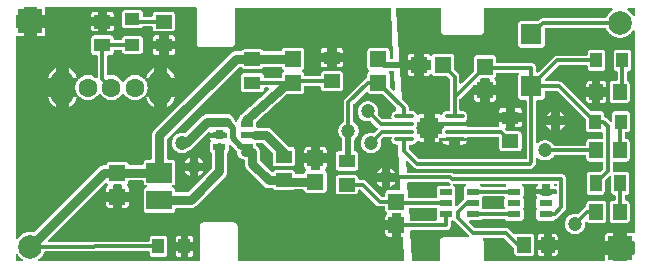
<source format=gtl>
G04 Layer: TopLayer*
G04 EasyEDA v6.5.42, 2024-04-24 20:40:50*
G04 c870b989466f4a25863cf57569ad13ef,4b06660695a64fe3bf0f4e1e846abbee,10*
G04 Gerber Generator version 0.2*
G04 Scale: 100 percent, Rotated: No, Reflected: No *
G04 Dimensions in millimeters *
G04 leading zeros omitted , absolute positions ,4 integer and 5 decimal *
%FSLAX45Y45*%
%MOMM*%

%AMMACRO1*21,1,$1,$2,0,0,$3*%
%ADD10C,0.8000*%
%ADD11C,0.5000*%
%ADD12C,0.3000*%
%ADD13R,1.2500X1.0000*%
%ADD14MACRO1,1.377X1.1325X0.0000*%
%ADD15R,1.3770X1.1325*%
%ADD16R,1.0000X1.2500*%
%ADD17MACRO1,1.35X1.41X0.0000*%
%ADD18R,1.3500X1.4100*%
%ADD19MACRO1,1.35X1.41X-90.0000*%
%ADD20MACRO1,1X1.3995X0.0000*%
%ADD21R,1.0000X1.3995*%
%ADD22R,1.7000X1.8000*%
%ADD23MACRO1,2.16X1.635X0.0000*%
%ADD24R,2.1600X1.6350*%
%ADD25R,1.1000X0.6000*%
%ADD26MACRO1,1.377X1.1325X-90.0000*%
%ADD27MACRO1,1.377X1.1325X90.0000*%
%ADD28R,1.0720X0.5320*%
%ADD29O,1.6619982000000002X0.36400740000000004*%
%ADD30R,1.5000X1.8000*%
%ADD31MACRO1,2X2X-90.0000*%
%ADD32C,2.0000*%
%ADD33O,1.599946X1.5999968*%
%ADD34O,1.9999959999999999X2.999994*%
%ADD35R,2.0000X2.0000*%
%ADD36C,1.2000*%
%ADD37C,0.0187*%

%LPD*%
G36*
X2311806Y731520D02*
G01*
X2307742Y733145D01*
X2304745Y736346D01*
X2300681Y743000D01*
X2291334Y754938D01*
X2280564Y765708D01*
X2268626Y775055D01*
X2261920Y779119D01*
X2258771Y782167D01*
X2257145Y786180D01*
X2257399Y790600D01*
X2259482Y794461D01*
X2262936Y797052D01*
X2267204Y797966D01*
X2313432Y797966D01*
X2317343Y797204D01*
X2320594Y794969D01*
X2322830Y791718D01*
X2323592Y787806D01*
X2323592Y741629D01*
X2322677Y737311D01*
X2320036Y733907D01*
X2316175Y731774D01*
G37*

%LPD*%
G36*
X281178Y100126D02*
G01*
X277164Y100888D01*
X273812Y103124D01*
X248767Y128168D01*
X246583Y131419D01*
X245821Y135331D01*
X245821Y236677D01*
X245110Y242976D01*
X243179Y248361D01*
X241554Y251002D01*
X240080Y255117D01*
X240436Y259334D01*
X242468Y263093D01*
X245922Y265633D01*
X250139Y266547D01*
X273253Y266547D01*
X277012Y265887D01*
X280263Y263753D01*
X282498Y260654D01*
X283413Y256946D01*
X291134Y110845D01*
X290525Y106832D01*
X288442Y103378D01*
X285140Y101041D01*
G37*

%LPD*%
G36*
X1643380Y-365506D02*
G01*
X1639824Y-364896D01*
X1636725Y-363016D01*
X1627022Y-350164D01*
X1618335Y-341528D01*
X1608531Y-334162D01*
X1597761Y-328320D01*
X1586280Y-324002D01*
X1574342Y-321411D01*
X1562100Y-320548D01*
X1549857Y-321411D01*
X1537919Y-324002D01*
X1526438Y-328320D01*
X1515668Y-334162D01*
X1505000Y-342188D01*
X1500936Y-344068D01*
X1496466Y-344017D01*
X1492453Y-342036D01*
X1489710Y-338480D01*
X1488694Y-334162D01*
X1488694Y10261D01*
X1489506Y14173D01*
X1491691Y17424D01*
X1494993Y19710D01*
X1498854Y20421D01*
X1532229Y20421D01*
X1538528Y21183D01*
X1544015Y23114D01*
X1548892Y26111D01*
X1553006Y30226D01*
X1556105Y35102D01*
X1557985Y40589D01*
X1558696Y46888D01*
X1558696Y85242D01*
X1559458Y89154D01*
X1561693Y92506D01*
X1564995Y94640D01*
X1568856Y95453D01*
X1662887Y95453D01*
X1666798Y94640D01*
X1670050Y92506D01*
X1906625Y-144119D01*
X1908810Y-147370D01*
X1909622Y-151231D01*
X1909622Y-227075D01*
X1910334Y-233324D01*
X1912213Y-238861D01*
X1915312Y-243738D01*
X1919376Y-247853D01*
X1924304Y-250850D01*
X1929739Y-252780D01*
X1936089Y-253542D01*
X2034946Y-253542D01*
X2045055Y-252272D01*
X2048764Y-253288D01*
X2051812Y-255524D01*
X2053894Y-258673D01*
X2054606Y-262483D01*
X2054606Y-301498D01*
X2053843Y-305409D01*
X2051608Y-308711D01*
X2048306Y-310896D01*
X2044446Y-311658D01*
X1939442Y-311658D01*
X1933092Y-312369D01*
X1927656Y-314299D01*
X1922780Y-317296D01*
X1918665Y-321462D01*
X1915566Y-326339D01*
X1913686Y-331825D01*
X1912975Y-338124D01*
X1912975Y-355346D01*
X1912162Y-359257D01*
X1909978Y-362559D01*
X1906676Y-364693D01*
X1902815Y-365506D01*
G37*

%LPC*%
G36*
X1687372Y-230174D02*
G01*
X1697431Y-224688D01*
X1707235Y-217322D01*
X1715922Y-208686D01*
X1723237Y-198882D01*
X1728774Y-188772D01*
X1687372Y-188772D01*
G37*
G36*
X1614627Y-230174D02*
G01*
X1614627Y-188772D01*
X1573225Y-188772D01*
X1578762Y-198882D01*
X1586077Y-208686D01*
X1594764Y-217322D01*
X1604568Y-224688D01*
G37*
G36*
X1573225Y-116027D02*
G01*
X1614627Y-116027D01*
X1614627Y-74676D01*
X1604568Y-80162D01*
X1594764Y-87528D01*
X1586077Y-96164D01*
X1578762Y-106019D01*
G37*
G36*
X1687372Y-116027D02*
G01*
X1728774Y-116027D01*
X1723237Y-106019D01*
X1715922Y-96164D01*
X1707235Y-87528D01*
X1697431Y-80162D01*
X1687372Y-74676D01*
G37*

%LPD*%
G36*
X1650746Y-710996D02*
G01*
X1646834Y-710234D01*
X1643532Y-707999D01*
X1641551Y-706069D01*
X1639366Y-702716D01*
X1638554Y-698804D01*
X1639366Y-694944D01*
X1641551Y-691692D01*
X1644853Y-689457D01*
X1648714Y-688695D01*
X1650746Y-688695D01*
X1654606Y-689457D01*
X1657908Y-691692D01*
X1660143Y-694944D01*
X1660906Y-698804D01*
X1660906Y-700887D01*
X1660143Y-704697D01*
X1657908Y-707999D01*
X1654606Y-710234D01*
G37*

%LPD*%
G36*
X1031341Y-714959D02*
G01*
X1027430Y-714248D01*
X1024128Y-712012D01*
X1022807Y-710742D01*
X1017625Y-707491D01*
X1014526Y-704443D01*
X1013002Y-700379D01*
X1013307Y-696061D01*
X1015339Y-692251D01*
X1018794Y-689559D01*
X1023061Y-688695D01*
X1221435Y-688695D01*
X1225346Y-689457D01*
X1228648Y-691692D01*
X1230833Y-694944D01*
X1231595Y-698804D01*
X1230833Y-702716D01*
X1228648Y-706069D01*
X1222349Y-712825D01*
X1219352Y-714400D01*
X1215999Y-714959D01*
G37*

%LPD*%
G36*
X-1557731Y-762000D02*
G01*
X-1561642Y-761187D01*
X-1564894Y-759002D01*
X-1567129Y-755700D01*
X-1567891Y-751840D01*
X-1567891Y-746810D01*
X-1568602Y-740511D01*
X-1570532Y-734974D01*
X-1573580Y-730097D01*
X-1577695Y-726033D01*
X-1582572Y-722934D01*
X-1588668Y-720801D01*
X-1592224Y-718667D01*
X-1594612Y-715314D01*
X-1595475Y-711250D01*
X-1594612Y-707136D01*
X-1592224Y-703732D01*
X-1588668Y-701649D01*
X-1582572Y-699516D01*
X-1577695Y-696366D01*
X-1573580Y-692353D01*
X-1570532Y-687425D01*
X-1568602Y-681990D01*
X-1567891Y-675690D01*
X-1567891Y-513232D01*
X-1568602Y-506984D01*
X-1570532Y-501497D01*
X-1573580Y-496570D01*
X-1577695Y-492556D01*
X-1582572Y-489458D01*
X-1588058Y-487527D01*
X-1594358Y-486765D01*
X-1625752Y-486765D01*
X-1629613Y-486054D01*
X-1632915Y-483819D01*
X-1635099Y-480568D01*
X-1635912Y-476656D01*
X-1635912Y-310896D01*
X-1635099Y-306984D01*
X-1632915Y-303682D01*
X-1031392Y297789D01*
X-1028090Y299974D01*
X-1024178Y300786D01*
X-1013358Y300786D01*
X-1010005Y300177D01*
X-1007008Y298602D01*
X-1004773Y296011D01*
X-1003452Y293928D01*
X-999388Y289915D01*
X-994460Y286766D01*
X-989025Y284835D01*
X-982675Y284124D01*
X-846124Y284124D01*
X-839774Y284835D01*
X-834339Y286766D01*
X-829411Y289915D01*
X-825347Y293928D01*
X-824026Y296011D01*
X-821791Y298602D01*
X-818794Y300177D01*
X-815441Y300786D01*
X-674420Y300786D01*
X-670814Y300126D01*
X-667664Y298196D01*
X-665429Y295300D01*
X-664210Y290423D01*
X-662279Y285038D01*
X-659180Y280111D01*
X-655116Y275996D01*
X-651052Y272440D01*
X-649478Y268732D01*
X-649478Y264617D01*
X-651052Y260908D01*
X-655116Y257352D01*
X-659180Y253288D01*
X-662279Y248361D01*
X-664210Y242976D01*
X-664921Y236677D01*
X-664921Y217728D01*
X-665683Y213867D01*
X-667867Y210566D01*
X-671169Y208330D01*
X-675081Y207568D01*
X-809498Y207568D01*
X-813358Y208330D01*
X-816660Y210566D01*
X-818845Y213867D01*
X-819658Y217728D01*
X-819658Y222707D01*
X-820369Y229057D01*
X-822248Y234492D01*
X-825347Y239420D01*
X-829411Y243484D01*
X-834339Y246583D01*
X-839774Y248513D01*
X-846124Y249275D01*
X-982675Y249275D01*
X-989025Y248513D01*
X-994460Y246583D01*
X-999388Y243484D01*
X-1003452Y239420D01*
X-1006551Y234492D01*
X-1008430Y229057D01*
X-1009142Y222707D01*
X-1009142Y110642D01*
X-1008430Y104292D01*
X-1006551Y98856D01*
X-1003452Y93980D01*
X-999388Y89814D01*
X-994460Y86766D01*
X-989025Y84836D01*
X-982675Y84175D01*
X-846124Y84175D01*
X-839774Y84836D01*
X-834339Y86766D01*
X-829411Y89814D01*
X-825347Y93980D01*
X-822248Y98856D01*
X-820369Y104292D01*
X-819658Y110642D01*
X-819658Y115620D01*
X-818845Y119481D01*
X-816660Y122834D01*
X-813358Y124968D01*
X-809498Y125780D01*
X-782980Y125780D01*
X-779018Y124968D01*
X-775665Y122682D01*
X-773480Y119329D01*
X-772820Y115265D01*
X-773734Y111353D01*
X-776173Y108153D01*
X-1009192Y-103327D01*
X-1016558Y-111099D01*
X-1022350Y-119684D01*
X-1028750Y-133350D01*
X-1031443Y-135788D01*
X-1034338Y-137566D01*
X-1038402Y-141732D01*
X-1041501Y-146608D01*
X-1043381Y-152095D01*
X-1043889Y-156311D01*
X-1045159Y-160223D01*
X-1047902Y-163322D01*
X-1051661Y-165049D01*
X-1055776Y-165150D01*
X-1059637Y-163626D01*
X-1062532Y-160680D01*
X-1065072Y-155600D01*
X-1067663Y-144830D01*
X-1071626Y-135280D01*
X-1077010Y-126492D01*
X-1083716Y-118618D01*
X-1091590Y-111912D01*
X-1100378Y-106527D01*
X-1109929Y-102565D01*
X-1119987Y-100126D01*
X-1130706Y-99314D01*
X-1296009Y-99314D01*
X-1306728Y-100126D01*
X-1316786Y-102565D01*
X-1326337Y-106527D01*
X-1335125Y-111912D01*
X-1343304Y-118872D01*
X-1481429Y-256997D01*
X-1484172Y-258927D01*
X-1487373Y-259892D01*
X-1490726Y-259689D01*
X-1499057Y-257911D01*
X-1511300Y-257048D01*
X-1523542Y-257911D01*
X-1535480Y-260502D01*
X-1546961Y-264820D01*
X-1557731Y-270662D01*
X-1567535Y-278028D01*
X-1576222Y-286664D01*
X-1583537Y-296519D01*
X-1589430Y-307238D01*
X-1593697Y-318719D01*
X-1596288Y-330708D01*
X-1597202Y-342950D01*
X-1596288Y-355142D01*
X-1593697Y-367080D01*
X-1589430Y-378612D01*
X-1583537Y-389382D01*
X-1576222Y-399186D01*
X-1567535Y-407822D01*
X-1557731Y-415188D01*
X-1546961Y-421030D01*
X-1535480Y-425297D01*
X-1523542Y-427939D01*
X-1511300Y-428802D01*
X-1499057Y-427939D01*
X-1487119Y-425297D01*
X-1475638Y-421030D01*
X-1464868Y-415188D01*
X-1455064Y-407822D01*
X-1453642Y-406400D01*
X-1450340Y-404164D01*
X-1444294Y-401675D01*
X-1435506Y-396290D01*
X-1427327Y-389331D01*
X-1291234Y-253238D01*
X-1288034Y-251104D01*
X-1284274Y-250291D01*
X-1280464Y-250850D01*
X-1277213Y-252882D01*
X-1274927Y-256032D01*
X-1273911Y-259791D01*
X-1227531Y-259791D01*
X-1227531Y-247091D01*
X-1226769Y-243179D01*
X-1224584Y-239928D01*
X-1221282Y-237642D01*
X-1217371Y-236931D01*
X-1171397Y-236931D01*
X-1167536Y-237642D01*
X-1164234Y-239928D01*
X-1161999Y-243179D01*
X-1161237Y-247091D01*
X-1161237Y-259791D01*
X-1140561Y-259791D01*
X-1136700Y-260553D01*
X-1133398Y-262737D01*
X-1131163Y-265988D01*
X-1130401Y-269900D01*
X-1130401Y-288899D01*
X-1131163Y-292811D01*
X-1133398Y-296113D01*
X-1136700Y-298246D01*
X-1140561Y-299059D01*
X-1161237Y-299059D01*
X-1161237Y-302006D01*
X-1161897Y-305562D01*
X-1163777Y-308711D01*
X-1166672Y-310946D01*
X-1170127Y-312064D01*
X-1173784Y-311861D01*
X-1183995Y-309422D01*
X-1194308Y-308559D01*
X-1204620Y-309422D01*
X-1215034Y-311861D01*
X-1218641Y-312115D01*
X-1222146Y-310997D01*
X-1224991Y-308762D01*
X-1226870Y-305612D01*
X-1227531Y-302056D01*
X-1227531Y-299059D01*
X-1273911Y-299059D01*
X-1273911Y-305460D01*
X-1273200Y-311759D01*
X-1271270Y-317246D01*
X-1268577Y-321513D01*
X-1267206Y-325018D01*
X-1267206Y-328828D01*
X-1268577Y-332333D01*
X-1271270Y-336600D01*
X-1273200Y-342087D01*
X-1273911Y-348386D01*
X-1273911Y-400456D01*
X-1273200Y-406704D01*
X-1271270Y-412242D01*
X-1268222Y-417118D01*
X-1263192Y-422097D01*
X-1261008Y-425399D01*
X-1260195Y-429310D01*
X-1260195Y-553212D01*
X-1261008Y-557123D01*
X-1263192Y-560476D01*
X-1461922Y-759002D01*
X-1465224Y-761187D01*
X-1469136Y-762000D01*
G37*

%LPC*%
G36*
X-1446072Y-623874D02*
G01*
X-1446072Y-582472D01*
X-1487474Y-582472D01*
X-1481937Y-592582D01*
X-1474622Y-602386D01*
X-1465935Y-611022D01*
X-1456131Y-618388D01*
G37*
G36*
X-1373327Y-623874D02*
G01*
X-1363268Y-618388D01*
X-1353464Y-611022D01*
X-1344777Y-602386D01*
X-1337462Y-592582D01*
X-1331925Y-582472D01*
X-1373327Y-582472D01*
G37*
G36*
X-1373327Y-509727D02*
G01*
X-1331925Y-509727D01*
X-1337462Y-499719D01*
X-1344777Y-489864D01*
X-1353464Y-481228D01*
X-1363268Y-473862D01*
X-1373327Y-468376D01*
G37*
G36*
X-1487474Y-509727D02*
G01*
X-1446072Y-509727D01*
X-1446072Y-468376D01*
X-1456131Y-473862D01*
X-1465935Y-481228D01*
X-1474622Y-489864D01*
X-1481937Y-499719D01*
G37*

%LPD*%
G36*
X414020Y-811580D02*
G01*
X410260Y-810920D01*
X407060Y-808888D01*
X404825Y-805738D01*
X403910Y-802081D01*
X396646Y-686714D01*
X397205Y-682599D01*
X399389Y-679145D01*
X402742Y-676757D01*
X406755Y-675894D01*
X741222Y-675894D01*
X744677Y-676503D01*
X747674Y-678230D01*
X751992Y-681736D01*
X759714Y-685901D01*
X763066Y-688797D01*
X764895Y-692861D01*
X764794Y-697280D01*
X762762Y-701243D01*
X759256Y-704037D01*
X754938Y-705002D01*
X670255Y-705002D01*
X663956Y-705662D01*
X658469Y-707593D01*
X653592Y-710742D01*
X649478Y-714806D01*
X646430Y-719734D01*
X644499Y-725119D01*
X643788Y-731469D01*
X643788Y-783539D01*
X644499Y-789889D01*
X648309Y-800100D01*
X648004Y-804316D01*
X645922Y-808126D01*
X642467Y-810666D01*
X638251Y-811580D01*
G37*

%LPD*%
G36*
X812952Y-877569D02*
G01*
X809091Y-876808D01*
X805789Y-874572D01*
X803605Y-871270D01*
X802792Y-867460D01*
X802792Y-826516D01*
X802081Y-820166D01*
X800201Y-814730D01*
X797509Y-810412D01*
X796137Y-806907D01*
X796137Y-803148D01*
X797509Y-799642D01*
X800201Y-795324D01*
X802081Y-789889D01*
X802792Y-783539D01*
X802792Y-731469D01*
X802081Y-725119D01*
X800201Y-719734D01*
X797102Y-714806D01*
X793038Y-710742D01*
X787857Y-707491D01*
X784758Y-704443D01*
X783183Y-700379D01*
X783488Y-696061D01*
X785571Y-692251D01*
X789025Y-689559D01*
X793242Y-688695D01*
X883158Y-688695D01*
X887374Y-689559D01*
X890828Y-692251D01*
X892911Y-696061D01*
X893216Y-700379D01*
X891641Y-704443D01*
X888542Y-707491D01*
X883361Y-710742D01*
X879297Y-714806D01*
X876198Y-719734D01*
X874318Y-725119D01*
X873607Y-731469D01*
X873607Y-783539D01*
X874318Y-789889D01*
X876198Y-795324D01*
X878890Y-799642D01*
X880262Y-803148D01*
X880262Y-806907D01*
X878890Y-810412D01*
X876198Y-814730D01*
X874776Y-818794D01*
X873506Y-821232D01*
X820166Y-874572D01*
X816864Y-876808D01*
G37*

%LPD*%
G36*
X1039164Y-904951D02*
G01*
X1035354Y-904290D01*
X1032103Y-902208D01*
X1029868Y-899007D01*
X1029004Y-895299D01*
X1029563Y-891489D01*
X1031900Y-884834D01*
X1032611Y-878484D01*
X1032611Y-826516D01*
X1031900Y-820166D01*
X1029969Y-814730D01*
X1028547Y-812393D01*
X1027074Y-808380D01*
X1027430Y-804062D01*
X1029462Y-800303D01*
X1032916Y-797763D01*
X1037132Y-796848D01*
X1211986Y-796848D01*
X1215745Y-797509D01*
X1218996Y-799642D01*
X1221232Y-802792D01*
X1222146Y-806551D01*
X1221587Y-810361D01*
X1219911Y-815187D01*
X1219200Y-821436D01*
X1219200Y-880364D01*
X1219911Y-886663D01*
X1221587Y-891489D01*
X1222146Y-895299D01*
X1221232Y-899007D01*
X1218996Y-902208D01*
X1215796Y-904290D01*
X1211986Y-904951D01*
G37*

%LPD*%
G36*
X425907Y-1001115D02*
G01*
X422198Y-1000404D01*
X418947Y-998372D01*
X416712Y-995222D01*
X415798Y-991616D01*
X410311Y-904240D01*
X410870Y-900176D01*
X413054Y-896569D01*
X416407Y-894232D01*
X420420Y-893419D01*
X638251Y-893419D01*
X642467Y-894334D01*
X645922Y-896924D01*
X648004Y-900684D01*
X648309Y-904900D01*
X644499Y-915111D01*
X643788Y-921461D01*
X643788Y-973531D01*
X644499Y-979881D01*
X648004Y-989584D01*
X647700Y-993851D01*
X645617Y-997661D01*
X642162Y-1000150D01*
X637946Y-1001115D01*
G37*

%LPD*%
G36*
X1052068Y-1347317D02*
G01*
X1048156Y-1346504D01*
X1044905Y-1344320D01*
X1042669Y-1341069D01*
X1041908Y-1337157D01*
X1041908Y-1170584D01*
X1041095Y-1164132D01*
X1039418Y-1159611D01*
X1038758Y-1155750D01*
X1039571Y-1151940D01*
X1041806Y-1148689D01*
X1045057Y-1146606D01*
X1048918Y-1145794D01*
X1210767Y-1145794D01*
X1214628Y-1146606D01*
X1217930Y-1148791D01*
X1300378Y-1231188D01*
X1302562Y-1234541D01*
X1303375Y-1238453D01*
X1303375Y-1274826D01*
X1304086Y-1281074D01*
X1305966Y-1286611D01*
X1309065Y-1291488D01*
X1313180Y-1295603D01*
X1318056Y-1298600D01*
X1323492Y-1300530D01*
X1329842Y-1301292D01*
X1441958Y-1301292D01*
X1448257Y-1300530D01*
X1453743Y-1298600D01*
X1458620Y-1295603D01*
X1462735Y-1291488D01*
X1465783Y-1286611D01*
X1467713Y-1281074D01*
X1468424Y-1274826D01*
X1468424Y-1138224D01*
X1467713Y-1131925D01*
X1465783Y-1126439D01*
X1462735Y-1121562D01*
X1458620Y-1117396D01*
X1453743Y-1114399D01*
X1448257Y-1112469D01*
X1441958Y-1111758D01*
X1329842Y-1111758D01*
X1323492Y-1112469D01*
X1318056Y-1114399D01*
X1313332Y-1117346D01*
X1310182Y-1118666D01*
X1306779Y-1118819D01*
X1303528Y-1117854D01*
X1300734Y-1115872D01*
X1261160Y-1076299D01*
X1254607Y-1070965D01*
X1247546Y-1067104D01*
X1239875Y-1064869D01*
X1231392Y-1064006D01*
X973632Y-1064006D01*
X969771Y-1063193D01*
X966469Y-1061059D01*
X922782Y-1017320D01*
X920597Y-1014069D01*
X919835Y-1010208D01*
X920597Y-1006297D01*
X922782Y-1002995D01*
X926084Y-1000810D01*
X929995Y-1000048D01*
X1006144Y-1000048D01*
X1012444Y-999337D01*
X1017930Y-997407D01*
X1022807Y-994257D01*
X1027328Y-989787D01*
X1030630Y-987602D01*
X1034542Y-986840D01*
X1215999Y-986840D01*
X1219352Y-987399D01*
X1222349Y-988974D01*
X1224889Y-992022D01*
X1228953Y-996137D01*
X1233881Y-999134D01*
X1239316Y-1001115D01*
X1245666Y-1001826D01*
X1354531Y-1001826D01*
X1360830Y-1001115D01*
X1366316Y-999134D01*
X1371193Y-996137D01*
X1375308Y-992022D01*
X1378356Y-987145D01*
X1380286Y-981608D01*
X1380998Y-975309D01*
X1380998Y-916482D01*
X1380286Y-910132D01*
X1378356Y-904697D01*
X1376426Y-900277D01*
X1376426Y-896518D01*
X1378356Y-892149D01*
X1380286Y-886663D01*
X1380998Y-880364D01*
X1380998Y-821436D01*
X1380286Y-815187D01*
X1378356Y-809650D01*
X1376426Y-805281D01*
X1376426Y-801522D01*
X1378356Y-797153D01*
X1380286Y-791616D01*
X1380998Y-785368D01*
X1380998Y-726490D01*
X1380286Y-720191D01*
X1378356Y-714705D01*
X1375308Y-709828D01*
X1371549Y-706069D01*
X1369314Y-702716D01*
X1368552Y-698804D01*
X1369314Y-694944D01*
X1371549Y-691692D01*
X1374851Y-689457D01*
X1378712Y-688695D01*
X1491488Y-688695D01*
X1495348Y-689457D01*
X1498650Y-691692D01*
X1500886Y-694944D01*
X1501648Y-698804D01*
X1500886Y-702716D01*
X1498650Y-706069D01*
X1494891Y-709828D01*
X1491843Y-714705D01*
X1489913Y-720191D01*
X1489202Y-726490D01*
X1489202Y-734568D01*
X1536242Y-734568D01*
X1536242Y-698804D01*
X1537055Y-694944D01*
X1539240Y-691692D01*
X1542542Y-689457D01*
X1546402Y-688695D01*
X1593799Y-688695D01*
X1597710Y-689457D01*
X1600962Y-691692D01*
X1603197Y-694944D01*
X1603959Y-698804D01*
X1603959Y-734568D01*
X1650746Y-734568D01*
X1654606Y-735330D01*
X1657908Y-737565D01*
X1660143Y-740816D01*
X1660906Y-744677D01*
X1660906Y-767130D01*
X1660143Y-770991D01*
X1657908Y-774293D01*
X1654606Y-776478D01*
X1650746Y-777290D01*
X1603959Y-777290D01*
X1603959Y-784809D01*
X1603197Y-788670D01*
X1600962Y-792022D01*
X1597710Y-794258D01*
X1593799Y-794969D01*
X1546402Y-794969D01*
X1542542Y-794258D01*
X1539240Y-792022D01*
X1537055Y-788670D01*
X1536242Y-784809D01*
X1536242Y-777290D01*
X1489202Y-777290D01*
X1489202Y-785368D01*
X1489913Y-791616D01*
X1491843Y-797153D01*
X1493774Y-801522D01*
X1493774Y-805281D01*
X1491843Y-809650D01*
X1489913Y-815187D01*
X1489202Y-821436D01*
X1489202Y-880364D01*
X1489913Y-886663D01*
X1491843Y-892149D01*
X1493774Y-896518D01*
X1493774Y-900277D01*
X1491843Y-904697D01*
X1489913Y-910132D01*
X1489202Y-916482D01*
X1489202Y-975309D01*
X1489913Y-981608D01*
X1491843Y-987145D01*
X1494891Y-992022D01*
X1499006Y-996137D01*
X1503883Y-999134D01*
X1509369Y-1001115D01*
X1515668Y-1001826D01*
X1624533Y-1001826D01*
X1630883Y-1001115D01*
X1636318Y-999134D01*
X1641246Y-996137D01*
X1645310Y-992022D01*
X1648612Y-987958D01*
X1651812Y-986383D01*
X1660550Y-983742D01*
X1667611Y-979982D01*
X1674164Y-974547D01*
X1730349Y-918362D01*
X1735785Y-911758D01*
X1739544Y-904748D01*
X1741881Y-897077D01*
X1742693Y-888593D01*
X1742693Y-648309D01*
X1741881Y-639826D01*
X1739544Y-632155D01*
X1735785Y-625043D01*
X1730705Y-618896D01*
X1724507Y-613765D01*
X1717446Y-610057D01*
X1709775Y-607720D01*
X1701292Y-606907D01*
X795477Y-606907D01*
X792022Y-606298D01*
X789025Y-604520D01*
X784707Y-601065D01*
X777646Y-597204D01*
X769975Y-594969D01*
X761492Y-594106D01*
X400354Y-594106D01*
X396646Y-593344D01*
X393395Y-591312D01*
X391160Y-588264D01*
X390245Y-584606D01*
X385318Y-506374D01*
X385876Y-502361D01*
X387959Y-498906D01*
X391261Y-496519D01*
X395224Y-495604D01*
X399237Y-496366D01*
X402640Y-498551D01*
X453339Y-549249D01*
X459892Y-554634D01*
X466953Y-558495D01*
X474624Y-560781D01*
X483108Y-561594D01*
X1434592Y-561594D01*
X1443075Y-560781D01*
X1450746Y-558495D01*
X1457807Y-554634D01*
X1464360Y-549249D01*
X1476349Y-537311D01*
X1481785Y-530707D01*
X1485544Y-523646D01*
X1487881Y-515975D01*
X1488694Y-507542D01*
X1488694Y-478688D01*
X1489710Y-474370D01*
X1492453Y-470814D01*
X1496466Y-468782D01*
X1500936Y-468731D01*
X1505000Y-470611D01*
X1515668Y-478688D01*
X1526438Y-484530D01*
X1537919Y-488797D01*
X1549857Y-491439D01*
X1562100Y-492302D01*
X1574342Y-491439D01*
X1586280Y-488797D01*
X1597761Y-484530D01*
X1608531Y-478688D01*
X1618335Y-471322D01*
X1627022Y-462686D01*
X1634489Y-452577D01*
X1636725Y-449834D01*
X1639824Y-447954D01*
X1643380Y-447293D01*
X1902815Y-447293D01*
X1906676Y-448106D01*
X1909978Y-450291D01*
X1912162Y-453542D01*
X1912975Y-457454D01*
X1912975Y-474726D01*
X1913686Y-480974D01*
X1915566Y-486511D01*
X1918665Y-491388D01*
X1922780Y-495503D01*
X1927656Y-498500D01*
X1933092Y-500430D01*
X1939442Y-501192D01*
X2044446Y-501192D01*
X2048306Y-501904D01*
X2051608Y-504139D01*
X2053843Y-507441D01*
X2054606Y-511352D01*
X2054606Y-559612D01*
X2053843Y-563473D01*
X2051608Y-566826D01*
X2031492Y-586892D01*
X2028189Y-589178D01*
X2024278Y-589889D01*
X1941017Y-589889D01*
X1934718Y-590651D01*
X1929282Y-592582D01*
X1924354Y-595630D01*
X1920290Y-599694D01*
X1917192Y-604570D01*
X1915261Y-610108D01*
X1914550Y-616407D01*
X1914550Y-755243D01*
X1915261Y-761542D01*
X1917192Y-767029D01*
X1920290Y-771906D01*
X1924354Y-775970D01*
X1929282Y-779068D01*
X1934718Y-780999D01*
X1941017Y-781710D01*
X2039924Y-781710D01*
X2046224Y-780999D01*
X2051659Y-779068D01*
X2056587Y-775970D01*
X2060651Y-771906D01*
X2063750Y-767029D01*
X2065680Y-761542D01*
X2066391Y-755243D01*
X2066391Y-671931D01*
X2067153Y-668020D01*
X2069338Y-664819D01*
X2107285Y-626872D01*
X2110587Y-624687D01*
X2114448Y-623874D01*
X2118360Y-624687D01*
X2121662Y-626872D01*
X2123846Y-630174D01*
X2124608Y-634034D01*
X2124608Y-755243D01*
X2125319Y-761542D01*
X2127250Y-767029D01*
X2130348Y-771906D01*
X2134412Y-775970D01*
X2139340Y-779068D01*
X2144776Y-780999D01*
X2150618Y-781659D01*
X2154123Y-782726D01*
X2157018Y-784961D01*
X2158949Y-788111D01*
X2159609Y-791768D01*
X2159609Y-822198D01*
X2158847Y-826109D01*
X2156663Y-829411D01*
X2153361Y-831596D01*
X2149449Y-832358D01*
X2139442Y-832358D01*
X2133142Y-833069D01*
X2127656Y-834999D01*
X2122779Y-837996D01*
X2118664Y-842162D01*
X2115616Y-847039D01*
X2113686Y-852525D01*
X2112975Y-858824D01*
X2112975Y-995426D01*
X2113686Y-1001674D01*
X2115616Y-1007211D01*
X2118664Y-1012088D01*
X2122779Y-1016203D01*
X2127656Y-1019200D01*
X2133142Y-1021130D01*
X2139442Y-1021892D01*
X2251557Y-1021892D01*
X2257907Y-1021130D01*
X2263343Y-1019200D01*
X2268220Y-1016203D01*
X2272334Y-1012088D01*
X2275433Y-1007211D01*
X2277313Y-1001674D01*
X2278024Y-995426D01*
X2278024Y-858824D01*
X2277313Y-852525D01*
X2275433Y-847039D01*
X2272334Y-842162D01*
X2268220Y-837996D01*
X2263343Y-834999D01*
X2257907Y-833069D01*
X2250541Y-832307D01*
X2246985Y-831189D01*
X2244039Y-829005D01*
X2242108Y-825804D01*
X2241448Y-822198D01*
X2241448Y-791768D01*
X2242108Y-788111D01*
X2244039Y-784961D01*
X2246934Y-782726D01*
X2250440Y-781659D01*
X2256282Y-780999D01*
X2261717Y-779068D01*
X2266645Y-775970D01*
X2270709Y-771906D01*
X2273808Y-767029D01*
X2275738Y-761542D01*
X2276449Y-755243D01*
X2276449Y-616407D01*
X2275738Y-610108D01*
X2273808Y-604570D01*
X2270709Y-599694D01*
X2266645Y-595630D01*
X2261717Y-592582D01*
X2256282Y-590651D01*
X2249982Y-589889D01*
X2151075Y-589889D01*
X2147722Y-590296D01*
X2143506Y-589838D01*
X2139797Y-587806D01*
X2137308Y-584352D01*
X2136394Y-580237D01*
X2136394Y-511352D01*
X2137206Y-507441D01*
X2139391Y-504139D01*
X2142693Y-501904D01*
X2146554Y-501192D01*
X2251557Y-501192D01*
X2257907Y-500430D01*
X2263343Y-498500D01*
X2268220Y-495503D01*
X2272334Y-491388D01*
X2275433Y-486511D01*
X2277313Y-480974D01*
X2278024Y-474726D01*
X2278024Y-338124D01*
X2277313Y-331825D01*
X2275433Y-326339D01*
X2272334Y-321462D01*
X2268220Y-317296D01*
X2263343Y-314299D01*
X2257907Y-312369D01*
X2251557Y-311658D01*
X2246579Y-311658D01*
X2242667Y-310896D01*
X2239365Y-308711D01*
X2237181Y-305409D01*
X2236419Y-301498D01*
X2236419Y-263702D01*
X2237181Y-259791D01*
X2239365Y-256489D01*
X2242667Y-254254D01*
X2246579Y-253542D01*
X2254910Y-253542D01*
X2261260Y-252780D01*
X2266696Y-250850D01*
X2271623Y-247853D01*
X2275687Y-243738D01*
X2278786Y-238861D01*
X2280716Y-233324D01*
X2281428Y-227075D01*
X2281428Y-103174D01*
X2280716Y-96875D01*
X2278786Y-91389D01*
X2275687Y-86512D01*
X2271623Y-82346D01*
X2266696Y-79349D01*
X2261260Y-77419D01*
X2254910Y-76708D01*
X2156053Y-76708D01*
X2149754Y-77419D01*
X2144268Y-79349D01*
X2139391Y-82346D01*
X2135276Y-86512D01*
X2132228Y-91389D01*
X2130298Y-96875D01*
X2129586Y-103174D01*
X2129586Y-154940D01*
X2128824Y-158851D01*
X2126640Y-162102D01*
X2123338Y-164338D01*
X2119426Y-165100D01*
X2115566Y-164338D01*
X2112264Y-162102D01*
X2086711Y-136499D01*
X2080107Y-131165D01*
X2073046Y-127406D01*
X2068626Y-126034D01*
X2064867Y-123901D01*
X2062327Y-120446D01*
X2061413Y-116332D01*
X2061413Y-103174D01*
X2060702Y-96875D01*
X2058771Y-91389D01*
X2055723Y-86512D01*
X2051608Y-82346D01*
X2046732Y-79349D01*
X2041245Y-77419D01*
X2034946Y-76708D01*
X1959152Y-76708D01*
X1955241Y-75946D01*
X1951939Y-73761D01*
X1713331Y164896D01*
X1706727Y170281D01*
X1699666Y174142D01*
X1691995Y176377D01*
X1683562Y177241D01*
X1571091Y177241D01*
X1567180Y178054D01*
X1563928Y180187D01*
X1561693Y183489D01*
X1560931Y187401D01*
X1561693Y191262D01*
X1563928Y194614D01*
X1681022Y311708D01*
X1684324Y313893D01*
X1688185Y314706D01*
X1912162Y314706D01*
X1916023Y313893D01*
X1919325Y311708D01*
X1921510Y308457D01*
X1922322Y304546D01*
X1922322Y293624D01*
X1923034Y287375D01*
X1924913Y281838D01*
X1928012Y276961D01*
X1932076Y272846D01*
X1937004Y269849D01*
X1942439Y267919D01*
X1948789Y267157D01*
X2047646Y267157D01*
X2053945Y267919D01*
X2059432Y269849D01*
X2064308Y272846D01*
X2068423Y276961D01*
X2071471Y281838D01*
X2073402Y287375D01*
X2074113Y293624D01*
X2074113Y417525D01*
X2073402Y423824D01*
X2071471Y429310D01*
X2068423Y434187D01*
X2064308Y438353D01*
X2059432Y441350D01*
X2053945Y443280D01*
X2047646Y443992D01*
X1948789Y443992D01*
X1942439Y443280D01*
X1937004Y441350D01*
X1932076Y438353D01*
X1928012Y434187D01*
X1924913Y429310D01*
X1923034Y423824D01*
X1922322Y417525D01*
X1922322Y406654D01*
X1921510Y402742D01*
X1919325Y399440D01*
X1916023Y397306D01*
X1912162Y396494D01*
X1667560Y396494D01*
X1659077Y395630D01*
X1651406Y393395D01*
X1644345Y389534D01*
X1637792Y384200D01*
X1508861Y255219D01*
X1505559Y253034D01*
X1501648Y252272D01*
X1498854Y252272D01*
X1494993Y253034D01*
X1491691Y255219D01*
X1489506Y258571D01*
X1488694Y262382D01*
X1488694Y291592D01*
X1487881Y300075D01*
X1485544Y307695D01*
X1481785Y314807D01*
X1476705Y320954D01*
X1470507Y326034D01*
X1463446Y329895D01*
X1455775Y332130D01*
X1447292Y332994D01*
X1157681Y332994D01*
X1153769Y333806D01*
X1150467Y335940D01*
X1148283Y339242D01*
X1147521Y343154D01*
X1147521Y373126D01*
X1146810Y379425D01*
X1144879Y384911D01*
X1141780Y389788D01*
X1137716Y393954D01*
X1132789Y396951D01*
X1127353Y398881D01*
X1121054Y399592D01*
X987145Y399592D01*
X980846Y398881D01*
X975410Y396951D01*
X970483Y393954D01*
X966419Y389788D01*
X963320Y384911D01*
X961390Y379425D01*
X960678Y373126D01*
X960678Y271830D01*
X959916Y267919D01*
X957732Y264617D01*
X855573Y162509D01*
X852271Y160274D01*
X848360Y159512D01*
X844499Y160274D01*
X841197Y162509D01*
X839012Y165811D01*
X838200Y169722D01*
X838200Y216611D01*
X837387Y225044D01*
X835050Y232765D01*
X831291Y239775D01*
X825855Y246379D01*
X796290Y275945D01*
X794105Y279247D01*
X793292Y283108D01*
X793292Y384403D01*
X792581Y390702D01*
X790702Y396189D01*
X787603Y401066D01*
X783539Y405180D01*
X778611Y408279D01*
X773176Y410159D01*
X766826Y410870D01*
X626973Y410870D01*
X620674Y410159D01*
X615188Y408279D01*
X610311Y405180D01*
X606196Y401066D01*
X602691Y397052D01*
X598932Y395427D01*
X594868Y395427D01*
X591108Y397052D01*
X587603Y401066D01*
X583488Y405180D01*
X578612Y408279D01*
X573125Y410159D01*
X566826Y410870D01*
X538480Y410870D01*
X538480Y357581D01*
X590346Y357581D01*
X594207Y356819D01*
X597509Y354584D01*
X599744Y351282D01*
X600506Y347472D01*
X600506Y287528D01*
X599744Y283667D01*
X597509Y280365D01*
X594207Y278180D01*
X590346Y277368D01*
X538480Y277368D01*
X538480Y224078D01*
X566826Y224078D01*
X573125Y224840D01*
X578612Y226669D01*
X583488Y229819D01*
X587603Y233883D01*
X591108Y237896D01*
X594868Y239572D01*
X598932Y239572D01*
X602691Y237896D01*
X606196Y233883D01*
X610311Y229819D01*
X615188Y226669D01*
X620674Y224840D01*
X626973Y224078D01*
X728268Y224078D01*
X732129Y223367D01*
X735431Y221081D01*
X753414Y203098D01*
X755650Y199796D01*
X756412Y195935D01*
X756412Y-64160D01*
X755650Y-68021D01*
X753414Y-71323D01*
X750112Y-73507D01*
X746252Y-74320D01*
X732891Y-74320D01*
X724306Y-75082D01*
X716483Y-77317D01*
X709218Y-80924D01*
X702716Y-85801D01*
X697230Y-91846D01*
X692962Y-98806D01*
X691743Y-101904D01*
X689610Y-105257D01*
X686409Y-107543D01*
X682548Y-108458D01*
X678688Y-107746D01*
X670407Y-102616D01*
X664972Y-100736D01*
X658622Y-99974D01*
X628040Y-99974D01*
X628040Y-164592D01*
X695248Y-164592D01*
X699414Y-165404D01*
X702868Y-167995D01*
X750570Y-167995D01*
X752805Y-165100D01*
X755954Y-163169D01*
X759561Y-162458D01*
X835050Y-162458D01*
X838657Y-163169D01*
X841756Y-165100D01*
X844042Y-167995D01*
X903274Y-167995D01*
X901649Y-163779D01*
X896975Y-156260D01*
X895654Y-152806D01*
X895654Y-149047D01*
X896975Y-145592D01*
X901649Y-138023D01*
X904595Y-130505D01*
X906068Y-122428D01*
X906068Y-114350D01*
X904595Y-106324D01*
X901649Y-98806D01*
X897382Y-91846D01*
X891895Y-85801D01*
X885393Y-80924D01*
X878128Y-77317D01*
X870305Y-75082D01*
X861720Y-74320D01*
X848360Y-74320D01*
X844499Y-73507D01*
X841197Y-71323D01*
X839012Y-68021D01*
X838200Y-64160D01*
X838200Y25247D01*
X839012Y29108D01*
X841197Y32461D01*
X950569Y141833D01*
X953871Y144018D01*
X957783Y144830D01*
X1014018Y144830D01*
X1014018Y196596D01*
X1014780Y200507D01*
X1016965Y203860D01*
X1020267Y205994D01*
X1024178Y206806D01*
X1084021Y206806D01*
X1087932Y205994D01*
X1091234Y203860D01*
X1093419Y200507D01*
X1094181Y196596D01*
X1094181Y144830D01*
X1147521Y144830D01*
X1147521Y173177D01*
X1146810Y179476D01*
X1144879Y184861D01*
X1141780Y189788D01*
X1137716Y193852D01*
X1133652Y197408D01*
X1132078Y201117D01*
X1132078Y205232D01*
X1133652Y208940D01*
X1137716Y212496D01*
X1141780Y216611D01*
X1144879Y221538D01*
X1146810Y226923D01*
X1147521Y233222D01*
X1147521Y241046D01*
X1148283Y244957D01*
X1150467Y248208D01*
X1153769Y250393D01*
X1157681Y251206D01*
X1329944Y251206D01*
X1333754Y250444D01*
X1337005Y248361D01*
X1339189Y245211D01*
X1340104Y241503D01*
X1339545Y237642D01*
X1337614Y232156D01*
X1336903Y225806D01*
X1336903Y46888D01*
X1337614Y40589D01*
X1339494Y35102D01*
X1342593Y30226D01*
X1346708Y26111D01*
X1351584Y23114D01*
X1357071Y21183D01*
X1363370Y20421D01*
X1396746Y20421D01*
X1400606Y19710D01*
X1403908Y17424D01*
X1406144Y14173D01*
X1406906Y10261D01*
X1406906Y-469646D01*
X1406144Y-473557D01*
X1403908Y-476859D01*
X1400606Y-478993D01*
X1396746Y-479806D01*
X503732Y-479806D01*
X499872Y-478993D01*
X496570Y-476859D01*
X414985Y-395224D01*
X412750Y-391972D01*
X411988Y-388061D01*
X411988Y-367639D01*
X412750Y-363829D01*
X414985Y-360527D01*
X418287Y-358292D01*
X422148Y-357530D01*
X435508Y-357530D01*
X444093Y-356717D01*
X451916Y-354482D01*
X459181Y-350875D01*
X465683Y-345998D01*
X471170Y-340004D01*
X475437Y-332994D01*
X476656Y-329895D01*
X478790Y-326542D01*
X481990Y-324307D01*
X485851Y-323392D01*
X489712Y-324053D01*
X497992Y-329234D01*
X503428Y-331114D01*
X509778Y-331825D01*
X540359Y-331825D01*
X540359Y-267258D01*
X489356Y-267258D01*
X485038Y-266293D01*
X481533Y-263550D01*
X479501Y-259638D01*
X479348Y-255219D01*
X479856Y-252475D01*
X479856Y-244348D01*
X478383Y-236372D01*
X475437Y-228803D01*
X470814Y-221284D01*
X469442Y-217779D01*
X469442Y-214071D01*
X470814Y-210566D01*
X475437Y-202996D01*
X478383Y-195478D01*
X479856Y-187502D01*
X479856Y-179374D01*
X479348Y-176580D01*
X479501Y-172161D01*
X481533Y-168249D01*
X485038Y-165557D01*
X489356Y-164592D01*
X540359Y-164592D01*
X540359Y-99974D01*
X509778Y-99974D01*
X503428Y-100736D01*
X497992Y-102616D01*
X489712Y-107746D01*
X485851Y-108458D01*
X481990Y-107543D01*
X478790Y-105257D01*
X476656Y-101904D01*
X475437Y-98806D01*
X471170Y-91846D01*
X465683Y-85801D01*
X459181Y-80924D01*
X451916Y-77317D01*
X444093Y-75082D01*
X435508Y-74320D01*
X422148Y-74320D01*
X418287Y-73507D01*
X414985Y-71323D01*
X412800Y-68021D01*
X411988Y-64160D01*
X411988Y-52527D01*
X411175Y-44043D01*
X408838Y-36372D01*
X405079Y-29311D01*
X399643Y-22707D01*
X354634Y22250D01*
X352602Y25247D01*
X351688Y28803D01*
X303834Y790702D01*
X304444Y794867D01*
X306578Y798372D01*
X309981Y800760D01*
X313994Y801522D01*
X675132Y801522D01*
X679043Y800811D01*
X682294Y798525D01*
X684530Y795274D01*
X685292Y791362D01*
X685292Y595884D01*
X686104Y589381D01*
X688187Y583895D01*
X691743Y578713D01*
X694740Y575665D01*
X698347Y573024D01*
X703884Y570534D01*
X711352Y569366D01*
X1015390Y569366D01*
X1021892Y570230D01*
X1027430Y572262D01*
X1032560Y575818D01*
X1035608Y578815D01*
X1038250Y582472D01*
X1040739Y587959D01*
X1041908Y595426D01*
X1041908Y787806D01*
X1042669Y791718D01*
X1044905Y794969D01*
X1048156Y797204D01*
X1052068Y797966D01*
X2126996Y797966D01*
X2131263Y797052D01*
X2134717Y794461D01*
X2136800Y790600D01*
X2137054Y786180D01*
X2135428Y782167D01*
X2132279Y779119D01*
X2125573Y775055D01*
X2113635Y765708D01*
X2102866Y754938D01*
X2093518Y743000D01*
X2085644Y729996D01*
X2080412Y718362D01*
X2078177Y715264D01*
X2074925Y713130D01*
X2071166Y712419D01*
X1544929Y712419D01*
X1536496Y711555D01*
X1528826Y709218D01*
X1521764Y705510D01*
X1515160Y700024D01*
X1508810Y693775D01*
X1505508Y691489D01*
X1501648Y690727D01*
X1363370Y690727D01*
X1357071Y690016D01*
X1351584Y688086D01*
X1346708Y685088D01*
X1342593Y680923D01*
X1339494Y676046D01*
X1337614Y670560D01*
X1336903Y664260D01*
X1336903Y485393D01*
X1337614Y479043D01*
X1339494Y473608D01*
X1342593Y468680D01*
X1346708Y464667D01*
X1351584Y461518D01*
X1357071Y459638D01*
X1363370Y458927D01*
X1532229Y458927D01*
X1538528Y459638D01*
X1544015Y461518D01*
X1548892Y464667D01*
X1553006Y468680D01*
X1556105Y473608D01*
X1557985Y479043D01*
X1558696Y485393D01*
X1558696Y620420D01*
X1559458Y624281D01*
X1561693Y627583D01*
X1564995Y629818D01*
X1568856Y630580D01*
X2071166Y630580D01*
X2074925Y629869D01*
X2078177Y627735D01*
X2080412Y624586D01*
X2085644Y612952D01*
X2093518Y599998D01*
X2102866Y588010D01*
X2113635Y577240D01*
X2125573Y567893D01*
X2138578Y560019D01*
X2152446Y553770D01*
X2166975Y549300D01*
X2181910Y546506D01*
X2197100Y545592D01*
X2212289Y546506D01*
X2227224Y549300D01*
X2241753Y553770D01*
X2255621Y560019D01*
X2268626Y567893D01*
X2280564Y577240D01*
X2291334Y588010D01*
X2300681Y599998D01*
X2304745Y606653D01*
X2307742Y609854D01*
X2311806Y611428D01*
X2316175Y611225D01*
X2320036Y609092D01*
X2322677Y605637D01*
X2323592Y601370D01*
X2323592Y-1099820D01*
X2322728Y-1103985D01*
X2320239Y-1107389D01*
X2316581Y-1109522D01*
X2312365Y-1109980D01*
X2302865Y-1106678D01*
X2296515Y-1106017D01*
X2253437Y-1106017D01*
X2253437Y-1175512D01*
X2313432Y-1175512D01*
X2317343Y-1176324D01*
X2320594Y-1178509D01*
X2322830Y-1181811D01*
X2323592Y-1185722D01*
X2323592Y-1278077D01*
X2322830Y-1281938D01*
X2320594Y-1285290D01*
X2317343Y-1287526D01*
X2313432Y-1288288D01*
X2253437Y-1288288D01*
X2253437Y-1337157D01*
X2252675Y-1341069D01*
X2250490Y-1344320D01*
X2247188Y-1346504D01*
X2243277Y-1347317D01*
X2150922Y-1347317D01*
X2147011Y-1346504D01*
X2143709Y-1344320D01*
X2141524Y-1341069D01*
X2140762Y-1337157D01*
X2140762Y-1288288D01*
X2071217Y-1288288D01*
X2071217Y-1331315D01*
X2071725Y-1336040D01*
X2071319Y-1340256D01*
X2069185Y-1343914D01*
X2065782Y-1346454D01*
X2061616Y-1347317D01*
G37*

%LPC*%
G36*
X1529842Y-1301292D02*
G01*
X1551228Y-1301292D01*
X1551228Y-1247292D01*
X1503375Y-1247292D01*
X1503375Y-1274826D01*
X1504086Y-1281074D01*
X1506016Y-1286611D01*
X1509064Y-1291488D01*
X1513179Y-1295603D01*
X1518056Y-1298600D01*
X1523542Y-1300530D01*
G37*
G36*
X1620570Y-1301292D02*
G01*
X1641957Y-1301292D01*
X1648307Y-1300530D01*
X1653743Y-1298600D01*
X1658620Y-1295603D01*
X1662734Y-1291488D01*
X1665833Y-1286611D01*
X1667713Y-1281074D01*
X1668424Y-1274826D01*
X1668424Y-1247292D01*
X1620570Y-1247292D01*
G37*
G36*
X2071217Y-1175512D02*
G01*
X2140762Y-1175512D01*
X2140762Y-1106017D01*
X2097684Y-1106017D01*
X2091334Y-1106678D01*
X2085898Y-1108608D01*
X2080971Y-1111707D01*
X2076907Y-1115822D01*
X2073808Y-1120698D01*
X2071928Y-1126134D01*
X2071217Y-1132484D01*
G37*
G36*
X1620570Y-1165707D02*
G01*
X1668424Y-1165707D01*
X1668424Y-1138224D01*
X1667713Y-1131925D01*
X1665833Y-1126439D01*
X1662734Y-1121562D01*
X1658620Y-1117396D01*
X1653743Y-1114399D01*
X1648307Y-1112469D01*
X1641957Y-1111758D01*
X1620570Y-1111758D01*
G37*
G36*
X1503375Y-1165707D02*
G01*
X1551228Y-1165707D01*
X1551228Y-1111758D01*
X1529842Y-1111758D01*
X1523542Y-1112469D01*
X1518056Y-1114399D01*
X1513179Y-1117396D01*
X1509064Y-1121562D01*
X1506016Y-1126439D01*
X1504086Y-1131925D01*
X1503375Y-1138224D01*
G37*
G36*
X1816100Y-1114602D02*
G01*
X1828342Y-1113739D01*
X1840280Y-1111097D01*
X1851761Y-1106830D01*
X1862531Y-1100988D01*
X1872335Y-1093622D01*
X1881022Y-1084986D01*
X1888337Y-1075182D01*
X1894230Y-1064412D01*
X1898497Y-1052880D01*
X1901088Y-1040942D01*
X1902002Y-1028750D01*
X1901342Y-1020013D01*
X1901901Y-1015949D01*
X1903984Y-1012393D01*
X1907286Y-1010056D01*
X1911248Y-1009142D01*
X1915261Y-1009853D01*
X1918665Y-1012088D01*
X1922780Y-1016203D01*
X1927656Y-1019200D01*
X1933092Y-1021130D01*
X1939442Y-1021892D01*
X2051557Y-1021892D01*
X2057857Y-1021130D01*
X2063343Y-1019200D01*
X2068220Y-1016203D01*
X2072335Y-1012088D01*
X2075383Y-1007211D01*
X2077313Y-1001674D01*
X2078024Y-995426D01*
X2078024Y-858824D01*
X2077313Y-852525D01*
X2075383Y-847039D01*
X2072335Y-842162D01*
X2068220Y-837996D01*
X2063343Y-834999D01*
X2057857Y-833069D01*
X2051557Y-832358D01*
X1939442Y-832358D01*
X1933092Y-833069D01*
X1927656Y-834999D01*
X1922780Y-837996D01*
X1918665Y-842162D01*
X1915566Y-847039D01*
X1913686Y-852525D01*
X1912975Y-858824D01*
X1912975Y-878484D01*
X1912061Y-882751D01*
X1909521Y-886155D01*
X1905762Y-888237D01*
X1902053Y-889304D01*
X1894992Y-893165D01*
X1888439Y-898499D01*
X1844497Y-942441D01*
X1841754Y-944422D01*
X1838553Y-945387D01*
X1835150Y-945184D01*
X1828342Y-943711D01*
X1816100Y-942848D01*
X1803857Y-943711D01*
X1791919Y-946302D01*
X1780438Y-950620D01*
X1769668Y-956462D01*
X1759864Y-963828D01*
X1751177Y-972464D01*
X1743862Y-982319D01*
X1737969Y-993038D01*
X1733702Y-1004519D01*
X1731111Y-1016508D01*
X1730197Y-1028750D01*
X1731111Y-1040942D01*
X1733702Y-1052880D01*
X1737969Y-1064412D01*
X1743862Y-1075182D01*
X1751177Y-1084986D01*
X1759864Y-1093622D01*
X1769668Y-1100988D01*
X1780438Y-1106830D01*
X1791919Y-1111097D01*
X1803857Y-1113739D01*
G37*
G36*
X1201724Y-411124D02*
G01*
X1338275Y-411124D01*
X1344625Y-410464D01*
X1350060Y-408533D01*
X1354988Y-405485D01*
X1359052Y-401320D01*
X1362151Y-396443D01*
X1364030Y-391007D01*
X1364742Y-384657D01*
X1364742Y-272592D01*
X1364030Y-266242D01*
X1362151Y-260807D01*
X1359052Y-255879D01*
X1354988Y-251815D01*
X1350060Y-248716D01*
X1344625Y-246786D01*
X1338275Y-246024D01*
X1249527Y-246024D01*
X1245666Y-245313D01*
X1242364Y-243078D01*
X1227734Y-228447D01*
X1225346Y-224739D01*
X1224788Y-220319D01*
X1226159Y-216103D01*
X1229207Y-212902D01*
X1229207Y-163271D01*
X1175258Y-163271D01*
X1175258Y-184658D01*
X1175969Y-191008D01*
X1176985Y-194005D01*
X1177544Y-197815D01*
X1176680Y-201472D01*
X1174445Y-204673D01*
X1171194Y-206756D01*
X1167434Y-207517D01*
X914552Y-207517D01*
X911047Y-206857D01*
X907948Y-204978D01*
X905662Y-202285D01*
X904544Y-198882D01*
X844042Y-198882D01*
X841756Y-201777D01*
X838657Y-203657D01*
X835050Y-204317D01*
X759561Y-204317D01*
X755954Y-203657D01*
X752805Y-201777D01*
X750570Y-198882D01*
X705408Y-198882D01*
X705408Y-208889D01*
X704748Y-212598D01*
X702818Y-215696D01*
X697128Y-221996D01*
X692962Y-228803D01*
X690016Y-236372D01*
X688543Y-244348D01*
X688543Y-252475D01*
X689051Y-255219D01*
X688898Y-259638D01*
X686866Y-263550D01*
X683361Y-266293D01*
X679043Y-267258D01*
X628040Y-267258D01*
X628040Y-331825D01*
X658622Y-331825D01*
X664972Y-331114D01*
X670407Y-329234D01*
X673404Y-327355D01*
X671220Y-325882D01*
X669036Y-322580D01*
X668274Y-318719D01*
X668274Y-308152D01*
X669036Y-304241D01*
X671220Y-300939D01*
X674522Y-298704D01*
X678434Y-297992D01*
X750570Y-297992D01*
X752805Y-295097D01*
X755954Y-293217D01*
X759561Y-292557D01*
X835050Y-292557D01*
X838657Y-293217D01*
X841756Y-295097D01*
X844042Y-297992D01*
X904494Y-297992D01*
X905662Y-294589D01*
X907948Y-291795D01*
X911047Y-289915D01*
X914552Y-289306D01*
X1165098Y-289306D01*
X1168958Y-290118D01*
X1172260Y-292303D01*
X1174445Y-295605D01*
X1175258Y-299466D01*
X1175258Y-384657D01*
X1175969Y-391007D01*
X1177848Y-396443D01*
X1180947Y-401320D01*
X1185011Y-405485D01*
X1189939Y-408533D01*
X1195374Y-410464D01*
G37*
G36*
X845210Y-357530D02*
G01*
X861720Y-357530D01*
X870305Y-356717D01*
X878128Y-354482D01*
X885393Y-350875D01*
X891895Y-345998D01*
X897382Y-340004D01*
X901649Y-332994D01*
X903274Y-328879D01*
X845210Y-328879D01*
G37*
G36*
X732891Y-357530D02*
G01*
X749401Y-357530D01*
X749401Y-328879D01*
X691083Y-328879D01*
X692962Y-332994D01*
X697230Y-340004D01*
X702716Y-345998D01*
X709218Y-350875D01*
X716483Y-354482D01*
X724306Y-356717D01*
G37*
G36*
X1310792Y-211175D02*
G01*
X1338275Y-211175D01*
X1344625Y-210464D01*
X1350060Y-208534D01*
X1354988Y-205384D01*
X1359052Y-201371D01*
X1362151Y-196443D01*
X1364030Y-191008D01*
X1364742Y-184658D01*
X1364742Y-163271D01*
X1310792Y-163271D01*
G37*
G36*
X1175258Y-93980D02*
G01*
X1229207Y-93980D01*
X1229207Y-46075D01*
X1201724Y-46075D01*
X1195374Y-46736D01*
X1189939Y-48666D01*
X1185011Y-51765D01*
X1180947Y-55880D01*
X1177848Y-60756D01*
X1175969Y-66192D01*
X1175258Y-72542D01*
G37*
G36*
X1310792Y-93980D02*
G01*
X1364742Y-93980D01*
X1364742Y-72542D01*
X1364030Y-66192D01*
X1362151Y-60756D01*
X1359052Y-55880D01*
X1354988Y-51765D01*
X1350060Y-48666D01*
X1344625Y-46736D01*
X1338275Y-46075D01*
X1310792Y-46075D01*
G37*
G36*
X2030171Y-5892D02*
G01*
X2051557Y-5892D01*
X2057857Y-5130D01*
X2063343Y-3200D01*
X2068220Y-203D01*
X2072335Y3911D01*
X2075383Y8788D01*
X2077313Y14325D01*
X2078024Y20574D01*
X2078024Y48107D01*
X2030171Y48107D01*
G37*
G36*
X1939442Y-5892D02*
G01*
X1960829Y-5892D01*
X1960829Y48107D01*
X1912975Y48107D01*
X1912975Y20574D01*
X1913686Y14325D01*
X1915566Y8788D01*
X1918665Y3911D01*
X1922780Y-203D01*
X1927656Y-3200D01*
X1933092Y-5130D01*
G37*
G36*
X2139442Y-5892D02*
G01*
X2251557Y-5892D01*
X2257907Y-5130D01*
X2263343Y-3200D01*
X2268220Y-203D01*
X2272334Y3911D01*
X2275433Y8788D01*
X2277313Y14325D01*
X2278024Y20574D01*
X2278024Y157175D01*
X2277313Y163474D01*
X2275433Y168960D01*
X2272334Y173837D01*
X2268220Y178003D01*
X2263851Y180695D01*
X2261311Y182930D01*
X2259685Y185928D01*
X2259126Y189280D01*
X2259126Y257200D01*
X2259787Y260756D01*
X2261717Y263956D01*
X2264613Y266141D01*
X2268118Y267208D01*
X2273960Y267919D01*
X2279396Y269849D01*
X2284323Y272846D01*
X2288387Y276961D01*
X2291486Y281838D01*
X2293416Y287375D01*
X2294128Y293624D01*
X2294128Y417525D01*
X2293416Y423824D01*
X2291486Y429310D01*
X2288387Y434187D01*
X2284323Y438353D01*
X2279396Y441350D01*
X2273960Y443280D01*
X2267610Y443992D01*
X2168753Y443992D01*
X2162454Y443280D01*
X2156968Y441350D01*
X2152091Y438353D01*
X2147976Y434187D01*
X2144928Y429310D01*
X2142998Y423824D01*
X2142286Y417525D01*
X2142286Y293624D01*
X2142998Y287375D01*
X2144928Y281838D01*
X2147976Y276961D01*
X2152091Y272846D01*
X2156968Y269849D01*
X2162454Y267919D01*
X2168296Y267208D01*
X2171801Y266141D01*
X2174697Y263956D01*
X2176627Y260756D01*
X2177288Y257200D01*
X2177288Y193802D01*
X2176526Y189890D01*
X2174341Y186588D01*
X2171039Y184404D01*
X2167128Y183642D01*
X2139442Y183642D01*
X2133142Y182930D01*
X2127656Y181000D01*
X2122779Y178003D01*
X2118664Y173837D01*
X2115616Y168960D01*
X2113686Y163474D01*
X2112975Y157175D01*
X2112975Y20574D01*
X2113686Y14325D01*
X2115616Y8788D01*
X2118664Y3911D01*
X2122779Y-203D01*
X2127656Y-3200D01*
X2133142Y-5130D01*
G37*
G36*
X987145Y6756D02*
G01*
X1014018Y6756D01*
X1014018Y61569D01*
X960678Y61569D01*
X960678Y33223D01*
X961390Y26924D01*
X963320Y21437D01*
X966419Y16560D01*
X970483Y12446D01*
X975410Y9448D01*
X980846Y7518D01*
G37*
G36*
X1094181Y6756D02*
G01*
X1121054Y6756D01*
X1127353Y7518D01*
X1132789Y9448D01*
X1137716Y12446D01*
X1141780Y16560D01*
X1144879Y21437D01*
X1146810Y26924D01*
X1147521Y33223D01*
X1147521Y61569D01*
X1094181Y61569D01*
G37*
G36*
X1912975Y129692D02*
G01*
X1960829Y129692D01*
X1960829Y183642D01*
X1939442Y183642D01*
X1933092Y182930D01*
X1927656Y181000D01*
X1922780Y178003D01*
X1918665Y173837D01*
X1915566Y168960D01*
X1913686Y163474D01*
X1912975Y157175D01*
G37*
G36*
X2030171Y129692D02*
G01*
X2078024Y129692D01*
X2078024Y157175D01*
X2077313Y163474D01*
X2075383Y168960D01*
X2072335Y173837D01*
X2068220Y178003D01*
X2063343Y181000D01*
X2057857Y182930D01*
X2051557Y183642D01*
X2030171Y183642D01*
G37*
G36*
X426974Y224078D02*
G01*
X455320Y224078D01*
X455320Y277368D01*
X400507Y277368D01*
X400507Y250545D01*
X401218Y244246D01*
X403098Y238760D01*
X406196Y233883D01*
X410260Y229819D01*
X415188Y226669D01*
X420624Y224840D01*
G37*
G36*
X400507Y357581D02*
G01*
X455320Y357581D01*
X455320Y410870D01*
X426974Y410870D01*
X420624Y410159D01*
X415188Y408279D01*
X410260Y405180D01*
X406196Y401066D01*
X403098Y396189D01*
X401218Y390702D01*
X400507Y384403D01*
G37*

%LPD*%
G36*
X447649Y-1347317D02*
G01*
X443941Y-1346606D01*
X440690Y-1344523D01*
X438454Y-1341475D01*
X437540Y-1337818D01*
X422198Y-1093724D01*
X422757Y-1089609D01*
X424942Y-1086104D01*
X428294Y-1083716D01*
X432358Y-1082954D01*
X722782Y-1082954D01*
X731266Y-1082090D01*
X738936Y-1079754D01*
X745998Y-1075944D01*
X752195Y-1070914D01*
X757275Y-1064666D01*
X761034Y-1057656D01*
X763371Y-1049934D01*
X764184Y-1041552D01*
X764184Y-1010208D01*
X764997Y-1006297D01*
X767181Y-1002995D01*
X770483Y-1000810D01*
X774344Y-1000048D01*
X776274Y-1000048D01*
X784098Y-999032D01*
X787501Y-999134D01*
X790651Y-1000455D01*
X793242Y-1002639D01*
X796950Y-1007211D01*
X916482Y-1126744D01*
X918718Y-1130046D01*
X919480Y-1133957D01*
X918718Y-1137869D01*
X916482Y-1141120D01*
X913180Y-1143304D01*
X909319Y-1144117D01*
X699109Y-1144117D01*
X692607Y-1144930D01*
X687070Y-1147013D01*
X681939Y-1150569D01*
X678891Y-1153515D01*
X676249Y-1157173D01*
X673760Y-1162710D01*
X672592Y-1170127D01*
X672592Y-1337157D01*
X671830Y-1341069D01*
X669594Y-1344320D01*
X666343Y-1346504D01*
X662432Y-1347317D01*
G37*

%LPD*%
G36*
X-2723896Y-1347317D02*
G01*
X-2728163Y-1346403D01*
X-2731617Y-1343761D01*
X-2733700Y-1339900D01*
X-2733954Y-1335532D01*
X-2732328Y-1331468D01*
X-2729179Y-1328420D01*
X-2722473Y-1324406D01*
X-2710535Y-1315059D01*
X-2699766Y-1304290D01*
X-2690418Y-1292301D01*
X-2682544Y-1279347D01*
X-2677210Y-1267561D01*
X-2675026Y-1264361D01*
X-2671775Y-1262278D01*
X-2667965Y-1261516D01*
X-1796288Y-1260348D01*
X-1792376Y-1261059D01*
X-1789074Y-1263294D01*
X-1786889Y-1266596D01*
X-1786077Y-1270508D01*
X-1786077Y-1281176D01*
X-1785366Y-1287424D01*
X-1783486Y-1292961D01*
X-1780387Y-1297838D01*
X-1776323Y-1301953D01*
X-1771396Y-1304950D01*
X-1765960Y-1306880D01*
X-1759610Y-1307642D01*
X-1660753Y-1307642D01*
X-1654454Y-1306880D01*
X-1648968Y-1304950D01*
X-1644091Y-1301953D01*
X-1639976Y-1297838D01*
X-1636928Y-1292961D01*
X-1634998Y-1287424D01*
X-1634286Y-1281176D01*
X-1634286Y-1157274D01*
X-1634998Y-1150975D01*
X-1636928Y-1145489D01*
X-1639976Y-1140612D01*
X-1644091Y-1136446D01*
X-1648968Y-1133449D01*
X-1654454Y-1131519D01*
X-1660753Y-1130808D01*
X-1759610Y-1130808D01*
X-1765960Y-1131519D01*
X-1771396Y-1133449D01*
X-1776323Y-1136446D01*
X-1780387Y-1140612D01*
X-1783486Y-1145489D01*
X-1785366Y-1150975D01*
X-1786077Y-1157274D01*
X-1786077Y-1168349D01*
X-1786889Y-1172260D01*
X-1789074Y-1175461D01*
X-1792376Y-1177747D01*
X-1796237Y-1178458D01*
X-2635097Y-1179677D01*
X-2639009Y-1178915D01*
X-2642311Y-1176731D01*
X-2644495Y-1173429D01*
X-2645308Y-1169517D01*
X-2644495Y-1165656D01*
X-2642311Y-1162304D01*
X-2161844Y-681888D01*
X-2158847Y-679754D01*
X-2155342Y-678891D01*
X-2151735Y-679246D01*
X-2148484Y-680974D01*
X-2145080Y-685088D01*
X-2141016Y-689203D01*
X-2136952Y-692759D01*
X-2135378Y-696468D01*
X-2135378Y-700582D01*
X-2136952Y-704291D01*
X-2141016Y-707847D01*
X-2145080Y-711911D01*
X-2148179Y-716838D01*
X-2150110Y-722223D01*
X-2150821Y-728522D01*
X-2150821Y-756869D01*
X-2097481Y-756869D01*
X-2097481Y-705104D01*
X-2096719Y-701192D01*
X-2094534Y-697839D01*
X-2091232Y-695706D01*
X-2087321Y-694893D01*
X-2027478Y-694893D01*
X-2023567Y-695706D01*
X-2020265Y-697839D01*
X-2018080Y-701192D01*
X-2017318Y-705104D01*
X-2017318Y-756869D01*
X-1963978Y-756869D01*
X-1963978Y-728522D01*
X-1964689Y-722223D01*
X-1966620Y-716838D01*
X-1969719Y-711911D01*
X-1973783Y-707847D01*
X-1977847Y-704291D01*
X-1979422Y-700582D01*
X-1979422Y-696468D01*
X-1977847Y-692759D01*
X-1973783Y-689203D01*
X-1969719Y-685088D01*
X-1966620Y-680161D01*
X-1964689Y-674776D01*
X-1964080Y-669391D01*
X-1963013Y-665886D01*
X-1960778Y-662990D01*
X-1957628Y-661060D01*
X-1954022Y-660400D01*
X-1845868Y-660400D01*
X-1841957Y-661111D01*
X-1838706Y-663346D01*
X-1836470Y-666597D01*
X-1835708Y-670509D01*
X-1835708Y-675690D01*
X-1834997Y-681990D01*
X-1833067Y-687425D01*
X-1830019Y-692353D01*
X-1825904Y-696366D01*
X-1821027Y-699516D01*
X-1814931Y-701649D01*
X-1811375Y-703732D01*
X-1808988Y-707136D01*
X-1808124Y-711250D01*
X-1808988Y-715314D01*
X-1811375Y-718667D01*
X-1814931Y-720801D01*
X-1821027Y-722934D01*
X-1825904Y-726033D01*
X-1830019Y-730097D01*
X-1833067Y-734974D01*
X-1834997Y-740511D01*
X-1835708Y-746810D01*
X-1835708Y-909167D01*
X-1834997Y-915466D01*
X-1833067Y-920953D01*
X-1830019Y-925830D01*
X-1825904Y-929894D01*
X-1821027Y-933043D01*
X-1815541Y-934923D01*
X-1809242Y-935634D01*
X-1594358Y-935634D01*
X-1588058Y-934923D01*
X-1582572Y-933043D01*
X-1577695Y-929894D01*
X-1573580Y-925830D01*
X-1570532Y-920953D01*
X-1568602Y-915466D01*
X-1567891Y-909167D01*
X-1567891Y-903884D01*
X-1567129Y-900023D01*
X-1564894Y-896772D01*
X-1561642Y-894587D01*
X-1557731Y-893724D01*
X-1438046Y-893724D01*
X-1427378Y-892962D01*
X-1417320Y-890574D01*
X-1407769Y-886612D01*
X-1398930Y-881227D01*
X-1390802Y-874166D01*
X-1148029Y-631698D01*
X-1141018Y-623519D01*
X-1135634Y-614730D01*
X-1131671Y-605180D01*
X-1129233Y-595172D01*
X-1128420Y-584454D01*
X-1128420Y-429107D01*
X-1127607Y-425196D01*
X-1125423Y-421995D01*
X-1120597Y-417118D01*
X-1117498Y-412242D01*
X-1115618Y-406704D01*
X-1114907Y-400456D01*
X-1114907Y-366014D01*
X-1114094Y-362153D01*
X-1111910Y-358800D01*
X-1108608Y-356666D01*
X-1104747Y-355854D01*
X-1100836Y-356666D01*
X-1097534Y-358800D01*
X-1046530Y-409854D01*
X-1044346Y-413207D01*
X-1043584Y-417118D01*
X-1043584Y-423824D01*
X-1042060Y-434035D01*
X-1038910Y-443941D01*
X-1034287Y-453135D01*
X-1028242Y-461568D01*
X-1021029Y-468934D01*
X-1012698Y-475030D01*
X-1003503Y-479806D01*
X-993698Y-483057D01*
X-988821Y-483819D01*
X-985469Y-485089D01*
X-982726Y-487273D01*
X-980948Y-490423D01*
X-980287Y-493928D01*
X-980287Y-520395D01*
X-979474Y-531114D01*
X-977036Y-541172D01*
X-973074Y-550722D01*
X-967689Y-559511D01*
X-960729Y-567690D01*
X-823061Y-705104D01*
X-814933Y-711962D01*
X-806145Y-717346D01*
X-796594Y-721309D01*
X-786536Y-723747D01*
X-775817Y-724611D01*
X-746709Y-724611D01*
X-743356Y-725170D01*
X-740410Y-726846D01*
X-738124Y-729386D01*
X-736752Y-731520D01*
X-732688Y-735685D01*
X-727760Y-738733D01*
X-722325Y-740664D01*
X-715975Y-741324D01*
X-579424Y-741324D01*
X-573176Y-740664D01*
X-566166Y-738073D01*
X-562610Y-737362D01*
X-483920Y-737362D01*
X-480314Y-738124D01*
X-477164Y-740003D01*
X-474929Y-742950D01*
X-473709Y-747776D01*
X-471779Y-753262D01*
X-468680Y-758139D01*
X-464616Y-762254D01*
X-459689Y-765251D01*
X-454253Y-767181D01*
X-447954Y-767943D01*
X-314045Y-767943D01*
X-307746Y-767181D01*
X-302310Y-765251D01*
X-297383Y-762254D01*
X-293319Y-758139D01*
X-290220Y-753262D01*
X-288290Y-747776D01*
X-287578Y-741476D01*
X-287578Y-601522D01*
X-288290Y-595223D01*
X-290220Y-589838D01*
X-293319Y-584911D01*
X-297383Y-580847D01*
X-301447Y-577291D01*
X-303022Y-573582D01*
X-303022Y-569468D01*
X-301447Y-565759D01*
X-297383Y-562203D01*
X-293319Y-558088D01*
X-290220Y-553161D01*
X-288290Y-547776D01*
X-287578Y-541477D01*
X-287578Y-513130D01*
X-340918Y-513130D01*
X-340918Y-564896D01*
X-341680Y-568807D01*
X-343865Y-572160D01*
X-347167Y-574294D01*
X-351078Y-575106D01*
X-410921Y-575106D01*
X-414832Y-574294D01*
X-418134Y-572160D01*
X-420319Y-568807D01*
X-421081Y-564896D01*
X-421081Y-513130D01*
X-474421Y-513130D01*
X-474421Y-541477D01*
X-473709Y-547776D01*
X-471779Y-553161D01*
X-468680Y-558088D01*
X-464616Y-562203D01*
X-460552Y-565759D01*
X-458978Y-569468D01*
X-458978Y-573582D01*
X-460552Y-577291D01*
X-464616Y-580847D01*
X-468680Y-584911D01*
X-471779Y-589838D01*
X-473709Y-595223D01*
X-474929Y-600049D01*
X-477164Y-602996D01*
X-480314Y-604926D01*
X-483920Y-605637D01*
X-543560Y-605637D01*
X-547166Y-604926D01*
X-550316Y-602996D01*
X-552551Y-600049D01*
X-555548Y-591007D01*
X-558647Y-586079D01*
X-562711Y-582015D01*
X-567639Y-578916D01*
X-573074Y-576986D01*
X-579424Y-576224D01*
X-715975Y-576224D01*
X-722325Y-576986D01*
X-727760Y-578916D01*
X-732688Y-582015D01*
X-739749Y-589584D01*
X-742950Y-591261D01*
X-746556Y-591667D01*
X-750062Y-590804D01*
X-753059Y-588721D01*
X-845515Y-496468D01*
X-847699Y-493115D01*
X-848512Y-489204D01*
X-848512Y-424738D01*
X-848664Y-419811D01*
X-849325Y-414172D01*
X-850239Y-409549D01*
X-851712Y-404164D01*
X-853338Y-399745D01*
X-855675Y-394512D01*
X-857961Y-390499D01*
X-861110Y-385724D01*
X-864006Y-382066D01*
X-867816Y-377850D01*
X-871270Y-374700D01*
X-875639Y-371246D01*
X-880465Y-368046D01*
X-882954Y-365810D01*
X-884529Y-362864D01*
X-885088Y-359562D01*
X-885088Y-355447D01*
X-884326Y-351637D01*
X-882091Y-348335D01*
X-878789Y-346049D01*
X-874928Y-345338D01*
X-831646Y-345389D01*
X-827735Y-346100D01*
X-824433Y-348335D01*
X-745439Y-427380D01*
X-743254Y-430631D01*
X-742442Y-434492D01*
X-742442Y-514858D01*
X-741730Y-521208D01*
X-739851Y-526643D01*
X-736752Y-531571D01*
X-732688Y-535584D01*
X-727760Y-538734D01*
X-722325Y-540664D01*
X-715975Y-541375D01*
X-579424Y-541375D01*
X-573074Y-540664D01*
X-567639Y-538734D01*
X-562711Y-535584D01*
X-558647Y-531571D01*
X-555548Y-526643D01*
X-553669Y-521208D01*
X-552958Y-514858D01*
X-552958Y-402742D01*
X-553669Y-396392D01*
X-555548Y-390956D01*
X-558647Y-386080D01*
X-562711Y-381965D01*
X-567639Y-378866D01*
X-573074Y-376936D01*
X-579424Y-376275D01*
X-605891Y-376275D01*
X-609803Y-375462D01*
X-613105Y-373329D01*
X-753211Y-233171D01*
X-761339Y-226263D01*
X-770128Y-220827D01*
X-779678Y-216865D01*
X-789736Y-214426D01*
X-800455Y-213614D01*
X-874928Y-213512D01*
X-878840Y-212699D01*
X-882142Y-210566D01*
X-884326Y-207264D01*
X-885088Y-203352D01*
X-885088Y-173177D01*
X-884224Y-169113D01*
X-881735Y-165709D01*
X-624586Y67665D01*
X-621385Y69596D01*
X-617728Y70256D01*
X-504545Y70256D01*
X-498246Y71018D01*
X-492810Y72948D01*
X-487883Y75946D01*
X-483819Y80060D01*
X-480720Y84937D01*
X-478790Y90424D01*
X-478078Y96723D01*
X-478078Y128320D01*
X-477316Y132181D01*
X-475132Y135534D01*
X-471830Y137668D01*
X-467918Y138480D01*
X-346202Y138480D01*
X-342341Y137668D01*
X-339039Y135534D01*
X-336854Y132181D01*
X-336042Y128320D01*
X-336042Y123342D01*
X-335330Y116992D01*
X-333451Y111556D01*
X-330352Y106680D01*
X-326288Y102514D01*
X-321360Y99466D01*
X-315925Y97536D01*
X-309575Y96875D01*
X-173024Y96875D01*
X-166674Y97536D01*
X-161239Y99466D01*
X-156311Y102514D01*
X-152247Y106680D01*
X-149148Y111556D01*
X-147269Y116992D01*
X-146558Y123342D01*
X-146558Y235407D01*
X-147269Y241757D01*
X-149148Y247192D01*
X-152247Y252120D01*
X-156311Y256184D01*
X-161239Y259283D01*
X-166674Y261213D01*
X-173024Y261975D01*
X-309575Y261975D01*
X-315925Y261213D01*
X-321360Y259283D01*
X-326288Y256184D01*
X-330352Y252120D01*
X-333451Y247192D01*
X-335330Y241757D01*
X-336042Y235407D01*
X-336042Y230428D01*
X-336854Y226567D01*
X-339039Y223266D01*
X-342341Y221030D01*
X-346202Y220268D01*
X-467918Y220268D01*
X-471830Y221030D01*
X-475132Y223266D01*
X-477316Y226567D01*
X-478078Y230428D01*
X-478078Y236677D01*
X-478790Y242976D01*
X-480720Y248361D01*
X-483819Y253288D01*
X-487883Y257352D01*
X-491947Y260908D01*
X-493522Y264617D01*
X-493522Y268732D01*
X-491947Y272440D01*
X-487883Y275996D01*
X-483819Y280111D01*
X-480720Y285038D01*
X-478790Y290423D01*
X-478078Y296722D01*
X-478078Y436626D01*
X-478790Y442925D01*
X-480720Y448411D01*
X-483819Y453288D01*
X-487883Y457454D01*
X-492810Y460451D01*
X-498246Y462381D01*
X-504545Y463092D01*
X-638454Y463092D01*
X-644753Y462381D01*
X-650189Y460451D01*
X-655116Y457454D01*
X-659180Y453288D01*
X-662279Y448411D01*
X-664210Y442925D01*
X-665429Y438099D01*
X-667664Y435152D01*
X-670814Y433273D01*
X-674420Y432562D01*
X-815441Y432562D01*
X-818794Y433171D01*
X-821791Y434797D01*
X-824026Y437388D01*
X-825347Y439420D01*
X-829411Y443534D01*
X-834339Y446633D01*
X-839774Y448564D01*
X-846124Y449224D01*
X-982675Y449224D01*
X-989025Y448564D01*
X-994460Y446633D01*
X-999388Y443534D01*
X-1003452Y439420D01*
X-1004773Y437388D01*
X-1007008Y434797D01*
X-1010005Y433171D01*
X-1013358Y432562D01*
X-1055319Y432562D01*
X-1065987Y431749D01*
X-1076045Y429310D01*
X-1085596Y425348D01*
X-1094435Y419963D01*
X-1102563Y413004D01*
X-1748129Y-232562D01*
X-1755089Y-240639D01*
X-1760474Y-249529D01*
X-1764436Y-259079D01*
X-1766874Y-269138D01*
X-1767687Y-279806D01*
X-1767687Y-476656D01*
X-1768500Y-480568D01*
X-1770684Y-483819D01*
X-1773986Y-486054D01*
X-1777847Y-486765D01*
X-1809242Y-486765D01*
X-1815541Y-487527D01*
X-1821027Y-489458D01*
X-1825904Y-492556D01*
X-1830019Y-496570D01*
X-1833067Y-501497D01*
X-1834997Y-506984D01*
X-1835708Y-513232D01*
X-1835708Y-518414D01*
X-1836470Y-522274D01*
X-1838706Y-525576D01*
X-1841957Y-527761D01*
X-1845868Y-528574D01*
X-1955292Y-528574D01*
X-1959356Y-527710D01*
X-1962759Y-525322D01*
X-1964893Y-521766D01*
X-1966620Y-516788D01*
X-1969719Y-511911D01*
X-1973783Y-507746D01*
X-1978710Y-504748D01*
X-1984146Y-502818D01*
X-1990445Y-502107D01*
X-2124354Y-502107D01*
X-2130653Y-502818D01*
X-2136089Y-504748D01*
X-2141016Y-507746D01*
X-2145080Y-511911D01*
X-2148179Y-516788D01*
X-2150110Y-522274D01*
X-2151329Y-527100D01*
X-2153564Y-530047D01*
X-2156714Y-531926D01*
X-2160320Y-532638D01*
X-2171293Y-532638D01*
X-2182012Y-533450D01*
X-2192070Y-535889D01*
X-2201621Y-539851D01*
X-2210409Y-545236D01*
X-2218588Y-552196D01*
X-2761030Y-1094638D01*
X-2763672Y-1096568D01*
X-2766771Y-1097534D01*
X-2770073Y-1097432D01*
X-2778810Y-1095857D01*
X-2794000Y-1094892D01*
X-2809189Y-1095857D01*
X-2824124Y-1098600D01*
X-2838653Y-1103122D01*
X-2852521Y-1109370D01*
X-2865526Y-1117244D01*
X-2877464Y-1126591D01*
X-2888234Y-1137361D01*
X-2897581Y-1149299D01*
X-2901645Y-1155954D01*
X-2904642Y-1159154D01*
X-2908706Y-1160780D01*
X-2913075Y-1160526D01*
X-2916936Y-1158392D01*
X-2919577Y-1154938D01*
X-2920492Y-1150670D01*
X-2920492Y553720D01*
X-2919628Y557834D01*
X-2917139Y561238D01*
X-2913481Y563422D01*
X-2909265Y563880D01*
X-2899765Y560578D01*
X-2893415Y559917D01*
X-2850337Y559917D01*
X-2850337Y629412D01*
X-2910332Y629412D01*
X-2914243Y630174D01*
X-2917494Y632409D01*
X-2919730Y635711D01*
X-2920492Y639622D01*
X-2920492Y731977D01*
X-2919730Y735888D01*
X-2917494Y739190D01*
X-2914243Y741375D01*
X-2910332Y742188D01*
X-2850337Y742188D01*
X-2850337Y800303D01*
X-2849575Y804214D01*
X-2847340Y807466D01*
X-2844038Y809650D01*
X-2840177Y810412D01*
X-2747772Y810209D01*
X-2743911Y809396D01*
X-2740609Y807212D01*
X-2738424Y803910D01*
X-2737662Y800049D01*
X-2737662Y742188D01*
X-2668066Y742188D01*
X-2668066Y785215D01*
X-2668828Y791565D01*
X-2670556Y796442D01*
X-2671114Y800354D01*
X-2670200Y804011D01*
X-2667965Y807161D01*
X-2664714Y809244D01*
X-2660904Y810006D01*
X-1397457Y806958D01*
X-1393596Y806196D01*
X-1390294Y804011D01*
X-1388110Y800760D01*
X-1387297Y796899D01*
X-1384808Y494080D01*
X-1383995Y487629D01*
X-1381810Y482092D01*
X-1378254Y476961D01*
X-1375359Y474116D01*
X-1371650Y471373D01*
X-1366113Y468934D01*
X-1358747Y467766D01*
X-1092809Y467766D01*
X-1086307Y468630D01*
X-1080770Y470662D01*
X-1075639Y474218D01*
X-1072591Y477215D01*
X-1069949Y480872D01*
X-1067460Y486359D01*
X-1066292Y493826D01*
X-1066292Y791362D01*
X-1065530Y795274D01*
X-1063294Y798525D01*
X-1060043Y800811D01*
X-1056132Y801522D01*
X244957Y801522D01*
X248716Y800811D01*
X251967Y798779D01*
X254203Y795629D01*
X255117Y791972D01*
X276961Y379069D01*
X276352Y375005D01*
X274167Y371551D01*
X270814Y369214D01*
X266801Y368452D01*
X255981Y368452D01*
X252069Y369163D01*
X248767Y371398D01*
X246583Y374650D01*
X245821Y378561D01*
X245821Y436626D01*
X245110Y442925D01*
X243179Y448411D01*
X240080Y453288D01*
X236016Y457454D01*
X231089Y460451D01*
X225653Y462381D01*
X219354Y463092D01*
X85445Y463092D01*
X79146Y462381D01*
X73710Y460451D01*
X68783Y457454D01*
X64719Y453288D01*
X61620Y448411D01*
X59690Y442925D01*
X58978Y436626D01*
X58978Y296722D01*
X59690Y290423D01*
X61620Y285038D01*
X64719Y280111D01*
X68783Y275996D01*
X72847Y272440D01*
X74422Y268732D01*
X74422Y264617D01*
X72847Y260908D01*
X68783Y257352D01*
X64719Y253288D01*
X61620Y248361D01*
X59690Y242976D01*
X58978Y236677D01*
X58978Y214833D01*
X58064Y210718D01*
X55524Y207264D01*
X51765Y205130D01*
X49479Y204419D01*
X42418Y200660D01*
X35814Y195224D01*
X-130149Y29260D01*
X-135585Y22707D01*
X-139344Y15595D01*
X-141681Y7975D01*
X-142494Y-508D01*
X-142494Y-159969D01*
X-143154Y-163576D01*
X-144983Y-166674D01*
X-157835Y-176428D01*
X-166522Y-185064D01*
X-173837Y-194919D01*
X-179730Y-205638D01*
X-183997Y-217119D01*
X-186588Y-229108D01*
X-187502Y-241350D01*
X-186588Y-253542D01*
X-183997Y-265480D01*
X-179730Y-277012D01*
X-173837Y-287782D01*
X-166522Y-297586D01*
X-154381Y-309422D01*
X-153009Y-312216D01*
X-152501Y-315315D01*
X-152501Y-404215D01*
X-153263Y-408127D01*
X-155498Y-411429D01*
X-158800Y-413562D01*
X-162661Y-414375D01*
X-182575Y-414375D01*
X-188925Y-415035D01*
X-194360Y-416966D01*
X-199288Y-420065D01*
X-203352Y-424180D01*
X-206451Y-429056D01*
X-208330Y-434492D01*
X-209042Y-440842D01*
X-209042Y-552958D01*
X-208330Y-559308D01*
X-206451Y-564743D01*
X-203352Y-569671D01*
X-199288Y-573684D01*
X-194360Y-576834D01*
X-188925Y-578764D01*
X-182575Y-579475D01*
X-46024Y-579475D01*
X-39674Y-578764D01*
X-34239Y-576834D01*
X-29311Y-573684D01*
X-25247Y-569671D01*
X-22148Y-564743D01*
X-20269Y-559308D01*
X-19558Y-552958D01*
X-19558Y-440842D01*
X-20269Y-434492D01*
X-22148Y-429056D01*
X-25247Y-424180D01*
X-29311Y-420065D01*
X-34239Y-416966D01*
X-39674Y-415035D01*
X-41656Y-414883D01*
X-45212Y-413816D01*
X-48107Y-411530D01*
X-50038Y-408381D01*
X-50698Y-404723D01*
X-50698Y-315315D01*
X-50190Y-312216D01*
X-48818Y-309422D01*
X-36677Y-297586D01*
X-29362Y-287782D01*
X-23469Y-277012D01*
X-19202Y-265480D01*
X-16611Y-253542D01*
X-15697Y-241350D01*
X-16611Y-229108D01*
X-19202Y-217119D01*
X-23469Y-205638D01*
X-29362Y-194919D01*
X-36677Y-185064D01*
X-45364Y-176428D01*
X-55422Y-168960D01*
X-58216Y-166674D01*
X-60045Y-163576D01*
X-60706Y-159969D01*
X-60706Y-21183D01*
X-59943Y-17272D01*
X-57708Y-13919D01*
X44907Y88646D01*
X48260Y90830D01*
X52222Y91592D01*
X56184Y90728D01*
X59486Y88392D01*
X64719Y80060D01*
X68783Y75946D01*
X73710Y72948D01*
X79146Y71018D01*
X85445Y70256D01*
X186740Y70256D01*
X190652Y69545D01*
X193954Y67310D01*
X296265Y-34950D01*
X298348Y-38100D01*
X299212Y-41656D01*
X300532Y-66192D01*
X300126Y-69596D01*
X298653Y-72593D01*
X296214Y-74980D01*
X293166Y-76454D01*
X290271Y-77317D01*
X283006Y-80924D01*
X276504Y-85801D01*
X271018Y-91846D01*
X266750Y-98806D01*
X263804Y-106324D01*
X262331Y-114350D01*
X262331Y-122428D01*
X264058Y-131521D01*
X263906Y-135991D01*
X261874Y-139903D01*
X258368Y-142646D01*
X254050Y-143611D01*
X192836Y-143611D01*
X188976Y-142849D01*
X185674Y-140614D01*
X149758Y-104698D01*
X147777Y-101904D01*
X146862Y-98704D01*
X147015Y-95351D01*
X148488Y-88442D01*
X149402Y-76250D01*
X148488Y-64008D01*
X145897Y-52019D01*
X141630Y-40538D01*
X135737Y-29819D01*
X128422Y-19964D01*
X119735Y-11328D01*
X109931Y-3962D01*
X99161Y1879D01*
X87680Y6197D01*
X75742Y8788D01*
X63500Y9652D01*
X51257Y8788D01*
X39319Y6197D01*
X27838Y1879D01*
X17068Y-3962D01*
X7264Y-11328D01*
X-1422Y-19964D01*
X-8737Y-29819D01*
X-14630Y-40538D01*
X-18897Y-52019D01*
X-21488Y-64008D01*
X-22402Y-76250D01*
X-21488Y-88442D01*
X-18897Y-100380D01*
X-14630Y-111912D01*
X-8737Y-122682D01*
X-1422Y-132486D01*
X7264Y-141122D01*
X17068Y-148488D01*
X27838Y-154330D01*
X39319Y-158597D01*
X51257Y-161239D01*
X63500Y-162102D01*
X75742Y-161239D01*
X82499Y-159766D01*
X85852Y-159562D01*
X89103Y-160477D01*
X91846Y-162458D01*
X142443Y-213055D01*
X143916Y-214223D01*
X146558Y-217576D01*
X147624Y-221589D01*
X146913Y-225806D01*
X144627Y-229311D01*
X117297Y-256641D01*
X114554Y-258622D01*
X111353Y-259588D01*
X107950Y-259384D01*
X101142Y-257911D01*
X88900Y-257048D01*
X76657Y-257911D01*
X64719Y-260502D01*
X53238Y-264820D01*
X42468Y-270662D01*
X32664Y-278028D01*
X23977Y-286664D01*
X16662Y-296519D01*
X10769Y-307238D01*
X6502Y-318719D01*
X3911Y-330708D01*
X2997Y-342950D01*
X3911Y-355142D01*
X6502Y-367080D01*
X10769Y-378612D01*
X16662Y-389382D01*
X23977Y-399186D01*
X32664Y-407822D01*
X42468Y-415188D01*
X53238Y-421030D01*
X64719Y-425297D01*
X76657Y-427939D01*
X88900Y-428802D01*
X101142Y-427939D01*
X113080Y-425297D01*
X124561Y-421030D01*
X135331Y-415188D01*
X145135Y-407822D01*
X153822Y-399186D01*
X161137Y-389382D01*
X167030Y-378612D01*
X171297Y-367080D01*
X173888Y-355142D01*
X174802Y-342950D01*
X173888Y-330708D01*
X172415Y-323850D01*
X172262Y-320497D01*
X173228Y-317246D01*
X175158Y-314502D01*
X197358Y-292303D01*
X200660Y-290118D01*
X204571Y-289306D01*
X253847Y-289306D01*
X258165Y-290271D01*
X261670Y-293014D01*
X263652Y-296926D01*
X263804Y-301345D01*
X262331Y-309372D01*
X262331Y-317500D01*
X263804Y-325475D01*
X266750Y-332994D01*
X271018Y-340004D01*
X276504Y-345998D01*
X283006Y-350875D01*
X290271Y-354482D01*
X298094Y-356717D01*
X307238Y-357581D01*
X310692Y-358546D01*
X313588Y-360629D01*
X315620Y-363626D01*
X316433Y-367131D01*
X335788Y-732739D01*
X335178Y-736752D01*
X332994Y-740257D01*
X329641Y-742594D01*
X325628Y-743407D01*
X237845Y-743407D01*
X231546Y-744118D01*
X226110Y-746048D01*
X221183Y-749046D01*
X217119Y-753211D01*
X214020Y-758088D01*
X212090Y-763574D01*
X211378Y-769874D01*
X211378Y-788720D01*
X210616Y-792581D01*
X208432Y-795934D01*
X205130Y-798169D01*
X201218Y-798880D01*
X184658Y-798880D01*
X180746Y-798169D01*
X177444Y-795934D01*
X49885Y-668375D01*
X43281Y-662940D01*
X36220Y-659180D01*
X28549Y-656793D01*
X20116Y-656031D01*
X-9398Y-656031D01*
X-13258Y-655269D01*
X-16560Y-653034D01*
X-18745Y-649732D01*
X-19558Y-645871D01*
X-19558Y-640892D01*
X-20269Y-634542D01*
X-22148Y-629107D01*
X-25247Y-624179D01*
X-29311Y-620115D01*
X-34239Y-617016D01*
X-39674Y-615086D01*
X-46024Y-614324D01*
X-182575Y-614324D01*
X-188925Y-615086D01*
X-194360Y-617016D01*
X-199288Y-620115D01*
X-203352Y-624179D01*
X-206451Y-629107D01*
X-208330Y-634542D01*
X-209042Y-640892D01*
X-209042Y-752957D01*
X-208330Y-759307D01*
X-206451Y-764743D01*
X-203352Y-769620D01*
X-199288Y-773785D01*
X-194360Y-776833D01*
X-188925Y-778764D01*
X-182575Y-779424D01*
X-46024Y-779424D01*
X-39674Y-778764D01*
X-34239Y-776833D01*
X-29311Y-773785D01*
X-25247Y-769620D01*
X-22148Y-764743D01*
X-20269Y-759307D01*
X-19558Y-752957D01*
X-19558Y-747979D01*
X-18745Y-744118D01*
X-16560Y-740765D01*
X-13258Y-738632D01*
X-9398Y-737819D01*
X-558Y-737819D01*
X3352Y-738632D01*
X6654Y-740765D01*
X134213Y-868324D01*
X140817Y-873810D01*
X147878Y-877519D01*
X155549Y-879906D01*
X163982Y-880719D01*
X201218Y-880719D01*
X205130Y-881481D01*
X208432Y-883716D01*
X210616Y-887018D01*
X211378Y-890879D01*
X211378Y-909777D01*
X212090Y-916076D01*
X214020Y-921461D01*
X217119Y-926388D01*
X221183Y-930503D01*
X225247Y-934059D01*
X226821Y-937768D01*
X226821Y-941882D01*
X225247Y-945591D01*
X221183Y-949147D01*
X217119Y-953211D01*
X214020Y-958087D01*
X212090Y-963523D01*
X211378Y-969822D01*
X211378Y-998169D01*
X264718Y-998169D01*
X264718Y-946403D01*
X265480Y-942492D01*
X267665Y-939139D01*
X270967Y-937006D01*
X274878Y-936193D01*
X334721Y-936193D01*
X338632Y-937006D01*
X341934Y-939139D01*
X344119Y-942492D01*
X344881Y-946403D01*
X344881Y-999388D01*
X347675Y-1001521D01*
X349554Y-1004468D01*
X350316Y-1007871D01*
X353669Y-1070711D01*
X353161Y-1074420D01*
X351332Y-1077722D01*
X348437Y-1080160D01*
X344881Y-1081278D01*
X344881Y-1136243D01*
X347472Y-1136243D01*
X351231Y-1136904D01*
X354482Y-1139037D01*
X356717Y-1142136D01*
X357632Y-1145794D01*
X367741Y-1336598D01*
X367131Y-1340612D01*
X364947Y-1344168D01*
X361594Y-1346454D01*
X357581Y-1347317D01*
X-1030732Y-1347317D01*
X-1034643Y-1346504D01*
X-1037894Y-1344320D01*
X-1040130Y-1341069D01*
X-1040892Y-1337157D01*
X-1040892Y-1043584D01*
X-1041704Y-1037132D01*
X-1043787Y-1031595D01*
X-1047343Y-1026464D01*
X-1050340Y-1023416D01*
X-1053947Y-1020724D01*
X-1059484Y-1018235D01*
X-1066952Y-1017117D01*
X-1332890Y-1017117D01*
X-1339392Y-1017930D01*
X-1344930Y-1020013D01*
X-1350060Y-1023569D01*
X-1353108Y-1026515D01*
X-1355750Y-1030173D01*
X-1358239Y-1035710D01*
X-1359408Y-1043127D01*
X-1359408Y-1337157D01*
X-1360170Y-1341069D01*
X-1362405Y-1344320D01*
X-1365656Y-1346504D01*
X-1369568Y-1347317D01*
G37*

%LPC*%
G36*
X-1539646Y-1307642D02*
G01*
X-1521561Y-1307642D01*
X-1521561Y-1256842D01*
X-1566113Y-1256842D01*
X-1566113Y-1281176D01*
X-1565402Y-1287424D01*
X-1563471Y-1292961D01*
X-1560423Y-1297838D01*
X-1556308Y-1301953D01*
X-1551432Y-1304950D01*
X-1545945Y-1306880D01*
G37*
G36*
X-1458823Y-1307642D02*
G01*
X-1440789Y-1307642D01*
X-1434439Y-1306880D01*
X-1429004Y-1304950D01*
X-1424076Y-1301953D01*
X-1420012Y-1297838D01*
X-1416913Y-1292961D01*
X-1414983Y-1287424D01*
X-1414272Y-1281176D01*
X-1414272Y-1256842D01*
X-1458823Y-1256842D01*
G37*
G36*
X-1458823Y-1181608D02*
G01*
X-1414272Y-1181608D01*
X-1414272Y-1157274D01*
X-1414983Y-1150975D01*
X-1416913Y-1145489D01*
X-1420012Y-1140612D01*
X-1424076Y-1136446D01*
X-1429004Y-1133449D01*
X-1434439Y-1131519D01*
X-1440789Y-1130808D01*
X-1458823Y-1130808D01*
G37*
G36*
X-1566113Y-1181608D02*
G01*
X-1521561Y-1181608D01*
X-1521561Y-1130808D01*
X-1539646Y-1130808D01*
X-1545945Y-1131519D01*
X-1551432Y-1133449D01*
X-1556308Y-1136446D01*
X-1560423Y-1140612D01*
X-1563471Y-1145489D01*
X-1565402Y-1150975D01*
X-1566113Y-1157274D01*
G37*
G36*
X237845Y-1136243D02*
G01*
X264718Y-1136243D01*
X264718Y-1081430D01*
X211378Y-1081430D01*
X211378Y-1109776D01*
X212090Y-1116076D01*
X214020Y-1121562D01*
X217119Y-1126439D01*
X221183Y-1130554D01*
X226110Y-1133551D01*
X231546Y-1135481D01*
G37*
G36*
X-2017318Y-894943D02*
G01*
X-1990445Y-894943D01*
X-1984146Y-894181D01*
X-1978710Y-892251D01*
X-1973783Y-889253D01*
X-1969719Y-885139D01*
X-1966620Y-880262D01*
X-1964689Y-874776D01*
X-1963978Y-868476D01*
X-1963978Y-840130D01*
X-2017318Y-840130D01*
G37*
G36*
X-2124354Y-894943D02*
G01*
X-2097481Y-894943D01*
X-2097481Y-840130D01*
X-2150821Y-840130D01*
X-2150821Y-868476D01*
X-2150110Y-874776D01*
X-2148179Y-880262D01*
X-2145080Y-885139D01*
X-2141016Y-889253D01*
X-2136089Y-892251D01*
X-2130653Y-894181D01*
G37*
G36*
X252272Y-712774D02*
G01*
X262331Y-707288D01*
X272135Y-699922D01*
X280822Y-691286D01*
X288137Y-681482D01*
X293674Y-671372D01*
X252272Y-671372D01*
G37*
G36*
X179527Y-712774D02*
G01*
X179527Y-671372D01*
X138125Y-671372D01*
X143662Y-681482D01*
X150977Y-691286D01*
X159664Y-699922D01*
X169468Y-707288D01*
G37*
G36*
X138125Y-598627D02*
G01*
X179527Y-598627D01*
X179527Y-557276D01*
X169468Y-562762D01*
X159664Y-570128D01*
X150977Y-578764D01*
X143662Y-588619D01*
G37*
G36*
X252272Y-598627D02*
G01*
X293674Y-598627D01*
X288137Y-588619D01*
X280822Y-578764D01*
X272135Y-570128D01*
X262331Y-562762D01*
X252272Y-557276D01*
G37*
G36*
X-474421Y-429920D02*
G01*
X-421081Y-429920D01*
X-421081Y-375107D01*
X-447954Y-375107D01*
X-454253Y-375818D01*
X-459689Y-377748D01*
X-464616Y-380746D01*
X-468680Y-384911D01*
X-471779Y-389788D01*
X-473709Y-395274D01*
X-474421Y-401574D01*
G37*
G36*
X-340918Y-429920D02*
G01*
X-287578Y-429920D01*
X-287578Y-401574D01*
X-288290Y-395274D01*
X-290220Y-389788D01*
X-293319Y-384911D01*
X-297383Y-380746D01*
X-302310Y-377748D01*
X-307746Y-375818D01*
X-314045Y-375107D01*
X-340918Y-375107D01*
G37*
G36*
X-1636826Y-37084D02*
G01*
X-1634693Y-36118D01*
X-1621688Y-28194D01*
X-1609699Y-18796D01*
X-1598980Y-8077D01*
X-1589582Y3860D01*
X-1581708Y16865D01*
X-1575460Y30733D01*
X-1571345Y44043D01*
X-1636826Y44043D01*
G37*
G36*
X-2579573Y-37084D02*
G01*
X-2579573Y44043D01*
X-2645054Y44043D01*
X-2640939Y30733D01*
X-2634691Y16865D01*
X-2626817Y3860D01*
X-2617419Y-8077D01*
X-2606700Y-18796D01*
X-2594711Y-28194D01*
X-2581706Y-36118D01*
G37*
G36*
X-2466848Y-37084D02*
G01*
X-2464714Y-36118D01*
X-2451709Y-28194D01*
X-2439720Y-18796D01*
X-2429002Y-8077D01*
X-2419604Y3860D01*
X-2411730Y16865D01*
X-2405481Y30733D01*
X-2401366Y44043D01*
X-2466848Y44043D01*
G37*
G36*
X-1749552Y-37084D02*
G01*
X-1749552Y44043D01*
X-1815033Y44043D01*
X-1810918Y30733D01*
X-1804670Y16865D01*
X-1796796Y3860D01*
X-1787398Y-8077D01*
X-1776679Y-18796D01*
X-1764690Y-28194D01*
X-1751685Y-36118D01*
G37*
G36*
X-2308199Y19507D02*
G01*
X-2294382Y20370D01*
X-2280818Y23164D01*
X-2267661Y27584D01*
X-2255266Y33680D01*
X-2243734Y41351D01*
X-2233320Y50546D01*
X-2224176Y60909D01*
X-2216658Y72186D01*
X-2213864Y75031D01*
X-2210206Y76555D01*
X-2206193Y76555D01*
X-2202535Y75031D01*
X-2199741Y72186D01*
X-2192223Y60909D01*
X-2183079Y50546D01*
X-2172665Y41351D01*
X-2161133Y33680D01*
X-2148738Y27584D01*
X-2135581Y23164D01*
X-2122017Y20370D01*
X-2108200Y19507D01*
X-2094382Y20370D01*
X-2080818Y23164D01*
X-2067661Y27584D01*
X-2055266Y33680D01*
X-2043734Y41351D01*
X-2033320Y50546D01*
X-2024176Y60909D01*
X-2016658Y72186D01*
X-2013864Y75031D01*
X-2010206Y76555D01*
X-2006193Y76555D01*
X-2002536Y75031D01*
X-1999742Y72186D01*
X-1992223Y60909D01*
X-1983079Y50546D01*
X-1972665Y41351D01*
X-1961134Y33680D01*
X-1948738Y27584D01*
X-1935581Y23164D01*
X-1922018Y20370D01*
X-1908200Y19507D01*
X-1894382Y20370D01*
X-1880819Y23164D01*
X-1867662Y27584D01*
X-1855266Y33680D01*
X-1843735Y41351D01*
X-1832813Y51003D01*
X-1829155Y52984D01*
X-1826615Y53238D01*
X-1826158Y57556D01*
X-1824177Y60909D01*
X-1816506Y72491D01*
X-1810359Y84836D01*
X-1805939Y97942D01*
X-1803247Y111607D01*
X-1802333Y125374D01*
X-1803247Y139192D01*
X-1805939Y152806D01*
X-1810359Y165912D01*
X-1816506Y178308D01*
X-1824228Y189890D01*
X-1826158Y193192D01*
X-1826615Y197561D01*
X-1829155Y197764D01*
X-1832813Y199796D01*
X-1843735Y209397D01*
X-1855266Y217119D01*
X-1867662Y223215D01*
X-1880819Y227634D01*
X-1894382Y230378D01*
X-1908200Y231292D01*
X-1922018Y230378D01*
X-1935581Y227634D01*
X-1948738Y223215D01*
X-1961134Y217119D01*
X-1972665Y209397D01*
X-1983079Y200253D01*
X-1992223Y189839D01*
X-1999742Y178562D01*
X-2002536Y175717D01*
X-2006193Y174193D01*
X-2010206Y174193D01*
X-2013864Y175717D01*
X-2016658Y178562D01*
X-2024176Y189839D01*
X-2033320Y200253D01*
X-2043734Y209397D01*
X-2055266Y217119D01*
X-2067661Y223215D01*
X-2080818Y227634D01*
X-2094382Y230378D01*
X-2108200Y231292D01*
X-2122017Y230378D01*
X-2131364Y228498D01*
X-2135784Y228600D01*
X-2139797Y230632D01*
X-2142540Y234188D01*
X-2143506Y238506D01*
X-2143506Y391515D01*
X-2142693Y395427D01*
X-2140508Y398729D01*
X-2137206Y400862D01*
X-2133346Y401675D01*
X-2116124Y401675D01*
X-2109774Y402336D01*
X-2104339Y404266D01*
X-2099411Y407314D01*
X-2095347Y411480D01*
X-2092248Y416356D01*
X-2090369Y421792D01*
X-2089657Y428142D01*
X-2089657Y435864D01*
X-2088845Y439674D01*
X-2086660Y442976D01*
X-2083358Y445211D01*
X-2079498Y445973D01*
X-2028850Y445973D01*
X-2025243Y445312D01*
X-2022093Y443382D01*
X-2019807Y440486D01*
X-2018741Y436930D01*
X-2018080Y431139D01*
X-2016201Y425704D01*
X-2013102Y420827D01*
X-2009038Y416661D01*
X-2004110Y413613D01*
X-1998675Y411683D01*
X-1992325Y411022D01*
X-1868474Y411022D01*
X-1862124Y411683D01*
X-1856689Y413613D01*
X-1851761Y416661D01*
X-1847697Y420827D01*
X-1844598Y425704D01*
X-1842719Y431139D01*
X-1842007Y437438D01*
X-1842007Y536295D01*
X-1842719Y542645D01*
X-1844598Y548081D01*
X-1847697Y553008D01*
X-1851761Y557072D01*
X-1856689Y560171D01*
X-1862124Y562051D01*
X-1868474Y562762D01*
X-1992325Y562762D01*
X-1998675Y562051D01*
X-2004110Y560171D01*
X-2009038Y557072D01*
X-2013102Y553008D01*
X-2016201Y548081D01*
X-2018080Y542645D01*
X-2018741Y536803D01*
X-2019807Y533247D01*
X-2022093Y530352D01*
X-2025243Y528421D01*
X-2028850Y527761D01*
X-2079498Y527761D01*
X-2083358Y528523D01*
X-2086660Y530758D01*
X-2088845Y534111D01*
X-2089657Y537972D01*
X-2089657Y540207D01*
X-2090369Y546557D01*
X-2092248Y551992D01*
X-2095347Y556920D01*
X-2099411Y560984D01*
X-2104339Y564083D01*
X-2109774Y566013D01*
X-2116124Y566775D01*
X-2252675Y566775D01*
X-2259025Y566013D01*
X-2264460Y564083D01*
X-2269388Y560984D01*
X-2273452Y556920D01*
X-2276551Y551992D01*
X-2278430Y546557D01*
X-2279142Y540207D01*
X-2279142Y428142D01*
X-2278430Y421792D01*
X-2276551Y416356D01*
X-2273452Y411480D01*
X-2269388Y407314D01*
X-2264460Y404266D01*
X-2259025Y402336D01*
X-2252675Y401675D01*
X-2235454Y401675D01*
X-2231593Y400862D01*
X-2228291Y398729D01*
X-2226056Y395427D01*
X-2225294Y391515D01*
X-2225294Y215646D01*
X-2226056Y211836D01*
X-2228138Y208635D01*
X-2231288Y206400D01*
X-2235047Y205486D01*
X-2238857Y206044D01*
X-2242159Y207975D01*
X-2243734Y209397D01*
X-2255266Y217119D01*
X-2267661Y223215D01*
X-2280818Y227634D01*
X-2294382Y230378D01*
X-2308199Y231292D01*
X-2322017Y230378D01*
X-2335580Y227634D01*
X-2348738Y223215D01*
X-2361133Y217119D01*
X-2372664Y209397D01*
X-2383586Y199796D01*
X-2387244Y197764D01*
X-2389784Y197561D01*
X-2390241Y193192D01*
X-2392222Y189839D01*
X-2399893Y178308D01*
X-2406040Y165912D01*
X-2410460Y152806D01*
X-2413152Y139192D01*
X-2414066Y125374D01*
X-2413152Y111607D01*
X-2410460Y97942D01*
X-2406040Y84836D01*
X-2399893Y72491D01*
X-2392172Y60858D01*
X-2390241Y57556D01*
X-2389784Y53238D01*
X-2387244Y52984D01*
X-2383586Y51003D01*
X-2372664Y41351D01*
X-2361133Y33680D01*
X-2348738Y27584D01*
X-2335580Y23164D01*
X-2322017Y20370D01*
G37*
G36*
X-1815033Y206756D02*
G01*
X-1749552Y206756D01*
X-1749552Y287883D01*
X-1751685Y286918D01*
X-1764690Y278993D01*
X-1776679Y269595D01*
X-1787398Y258876D01*
X-1796796Y246938D01*
X-1804670Y233883D01*
X-1810918Y220065D01*
G37*
G36*
X-1636826Y206756D02*
G01*
X-1571345Y206756D01*
X-1575460Y220065D01*
X-1581708Y233883D01*
X-1589582Y246938D01*
X-1598980Y258876D01*
X-1609699Y269595D01*
X-1621688Y278993D01*
X-1634693Y286918D01*
X-1636826Y287883D01*
G37*
G36*
X-2645054Y206756D02*
G01*
X-2579573Y206756D01*
X-2579573Y287883D01*
X-2581706Y286918D01*
X-2594711Y278993D01*
X-2606700Y269595D01*
X-2617419Y258876D01*
X-2626817Y246938D01*
X-2634691Y233883D01*
X-2640939Y220065D01*
G37*
G36*
X-2466848Y206756D02*
G01*
X-2401366Y206756D01*
X-2405481Y220065D01*
X-2411730Y233883D01*
X-2419604Y246938D01*
X-2429002Y258876D01*
X-2439720Y269595D01*
X-2451709Y278993D01*
X-2464714Y286918D01*
X-2466848Y287883D01*
G37*
G36*
X-200507Y296824D02*
G01*
X-173024Y296824D01*
X-166674Y297535D01*
X-161239Y299466D01*
X-156311Y302615D01*
X-152247Y306628D01*
X-149148Y311556D01*
X-147269Y316992D01*
X-146558Y323342D01*
X-146558Y344728D01*
X-200507Y344728D01*
G37*
G36*
X-309575Y296824D02*
G01*
X-282092Y296824D01*
X-282092Y344728D01*
X-336042Y344728D01*
X-336042Y323342D01*
X-335330Y316992D01*
X-333451Y311556D01*
X-330352Y306628D01*
X-326288Y302615D01*
X-321360Y299466D01*
X-315925Y297535D01*
G37*
G36*
X-1731975Y401675D02*
G01*
X-1704492Y401675D01*
X-1704492Y449580D01*
X-1758442Y449580D01*
X-1758442Y428142D01*
X-1757730Y421792D01*
X-1755851Y416356D01*
X-1752752Y411480D01*
X-1748688Y407314D01*
X-1743760Y404266D01*
X-1738325Y402336D01*
G37*
G36*
X-1622907Y401675D02*
G01*
X-1595424Y401675D01*
X-1589074Y402336D01*
X-1583639Y404266D01*
X-1578711Y407314D01*
X-1574647Y411480D01*
X-1571548Y416356D01*
X-1569669Y421792D01*
X-1568958Y428142D01*
X-1568958Y449580D01*
X-1622907Y449580D01*
G37*
G36*
X-200507Y414020D02*
G01*
X-146558Y414020D01*
X-146558Y435457D01*
X-147269Y441807D01*
X-149148Y447243D01*
X-152247Y452120D01*
X-156311Y456234D01*
X-161239Y459333D01*
X-166674Y461264D01*
X-173024Y461924D01*
X-200507Y461924D01*
G37*
G36*
X-336042Y414020D02*
G01*
X-282092Y414020D01*
X-282092Y461924D01*
X-309575Y461924D01*
X-315925Y461264D01*
X-321360Y459333D01*
X-326288Y456234D01*
X-330352Y452120D01*
X-333451Y447243D01*
X-335330Y441807D01*
X-336042Y435457D01*
G37*
G36*
X-1622907Y518820D02*
G01*
X-1568958Y518820D01*
X-1568958Y540207D01*
X-1569669Y546557D01*
X-1571548Y551992D01*
X-1574647Y556920D01*
X-1578711Y560984D01*
X-1583639Y564083D01*
X-1589074Y566013D01*
X-1595424Y566775D01*
X-1622907Y566775D01*
G37*
G36*
X-1758442Y518820D02*
G01*
X-1704492Y518820D01*
X-1704492Y566775D01*
X-1731975Y566775D01*
X-1738325Y566013D01*
X-1743760Y564083D01*
X-1748688Y560984D01*
X-1752752Y556920D01*
X-1755851Y551992D01*
X-1757730Y546557D01*
X-1758442Y540207D01*
G37*
G36*
X-2737662Y559917D02*
G01*
X-2694584Y559917D01*
X-2688234Y560578D01*
X-2682798Y562508D01*
X-2677871Y565556D01*
X-2673807Y569722D01*
X-2670708Y574598D01*
X-2668828Y580034D01*
X-2668066Y586384D01*
X-2668066Y629412D01*
X-2737662Y629412D01*
G37*
G36*
X-2252675Y601624D02*
G01*
X-2225192Y601624D01*
X-2225192Y649528D01*
X-2279142Y649528D01*
X-2279142Y628142D01*
X-2278430Y621792D01*
X-2276551Y616356D01*
X-2273452Y611428D01*
X-2269388Y607415D01*
X-2264460Y604266D01*
X-2259025Y602335D01*
G37*
G36*
X-2143607Y601624D02*
G01*
X-2116124Y601624D01*
X-2109774Y602335D01*
X-2104339Y604266D01*
X-2099411Y607415D01*
X-2095347Y611428D01*
X-2092248Y616356D01*
X-2090369Y621792D01*
X-2089657Y628142D01*
X-2089657Y649528D01*
X-2143607Y649528D01*
G37*
G36*
X-1731975Y601624D02*
G01*
X-1595424Y601624D01*
X-1589074Y602335D01*
X-1583639Y604266D01*
X-1578711Y607415D01*
X-1574647Y611428D01*
X-1571548Y616356D01*
X-1569669Y621792D01*
X-1568958Y628142D01*
X-1568958Y740257D01*
X-1569669Y746607D01*
X-1571548Y752043D01*
X-1574647Y756920D01*
X-1578711Y761034D01*
X-1583639Y764133D01*
X-1589074Y766064D01*
X-1595424Y766724D01*
X-1731975Y766724D01*
X-1738325Y766064D01*
X-1743760Y764133D01*
X-1748688Y761034D01*
X-1752752Y756920D01*
X-1755851Y752043D01*
X-1757730Y746607D01*
X-1758442Y740257D01*
X-1758442Y735279D01*
X-1759254Y731418D01*
X-1761439Y728065D01*
X-1764741Y725830D01*
X-1768602Y725119D01*
X-1831848Y725119D01*
X-1835708Y725830D01*
X-1839010Y728065D01*
X-1841195Y731418D01*
X-1842007Y735279D01*
X-1842007Y756361D01*
X-1842719Y762660D01*
X-1844598Y768096D01*
X-1847697Y772972D01*
X-1851761Y777087D01*
X-1856689Y780237D01*
X-1862124Y782066D01*
X-1868474Y782777D01*
X-1992325Y782777D01*
X-1998675Y782066D01*
X-2004110Y780237D01*
X-2009038Y777087D01*
X-2013102Y772972D01*
X-2016201Y768096D01*
X-2018080Y762660D01*
X-2018792Y756361D01*
X-2018792Y657453D01*
X-2018080Y651103D01*
X-2016201Y645668D01*
X-2013102Y640791D01*
X-2009038Y636727D01*
X-2004110Y633577D01*
X-1998675Y631748D01*
X-1992325Y630986D01*
X-1868474Y630986D01*
X-1862124Y631748D01*
X-1856689Y633577D01*
X-1851761Y636727D01*
X-1848154Y640283D01*
X-1844852Y642518D01*
X-1840992Y643280D01*
X-1768602Y643280D01*
X-1764741Y642518D01*
X-1761439Y640283D01*
X-1759254Y636981D01*
X-1758442Y633120D01*
X-1758442Y628142D01*
X-1757730Y621792D01*
X-1755851Y616356D01*
X-1752752Y611428D01*
X-1748688Y607415D01*
X-1743760Y604266D01*
X-1738325Y602335D01*
G37*
G36*
X-2143607Y718820D02*
G01*
X-2089657Y718820D01*
X-2089657Y740257D01*
X-2090369Y746607D01*
X-2092248Y752043D01*
X-2095347Y756920D01*
X-2099411Y761034D01*
X-2104339Y764133D01*
X-2109774Y766064D01*
X-2116124Y766724D01*
X-2143607Y766724D01*
G37*
G36*
X-2279142Y718820D02*
G01*
X-2225192Y718820D01*
X-2225192Y766724D01*
X-2252675Y766724D01*
X-2259025Y766064D01*
X-2264460Y764133D01*
X-2269388Y761034D01*
X-2273452Y756920D01*
X-2276551Y752043D01*
X-2278430Y746607D01*
X-2279142Y740257D01*
G37*

%LPD*%
G36*
X-2910332Y-1347317D02*
G01*
X-2914243Y-1346504D01*
X-2917494Y-1344320D01*
X-2919730Y-1341069D01*
X-2920492Y-1337157D01*
X-2920492Y-1290929D01*
X-2919577Y-1286662D01*
X-2916936Y-1283208D01*
X-2913075Y-1281074D01*
X-2908706Y-1280871D01*
X-2904642Y-1282446D01*
X-2901645Y-1285646D01*
X-2897581Y-1292301D01*
X-2888234Y-1304290D01*
X-2877464Y-1315059D01*
X-2865526Y-1324406D01*
X-2858820Y-1328420D01*
X-2855671Y-1331468D01*
X-2854045Y-1335532D01*
X-2854299Y-1339900D01*
X-2856382Y-1343761D01*
X-2859836Y-1346403D01*
X-2864104Y-1347317D01*
G37*

%LPD*%
D10*
X-965200Y-152400D02*
G01*
X-613486Y166700D01*
X-571500Y166700D01*
X-889000Y-279400D02*
G01*
X-800100Y-279476D01*
X-647700Y-431876D01*
X-647700Y-458800D01*
X-977900Y-419100D02*
G01*
X-914400Y-424510D01*
X-914400Y-520776D01*
X-776224Y-658698D01*
X-647700Y-658698D01*
X-1511300Y-342976D02*
G01*
X-1474215Y-342976D01*
X-1296415Y-165176D01*
X-1130300Y-165176D01*
D11*
X-1009904Y-374472D02*
G01*
X-1079500Y-304876D01*
X-1079500Y-215976D01*
X-1110995Y-184480D01*
X-1194307Y-184480D01*
X152400Y366699D02*
G01*
X201599Y317500D01*
X496900Y317500D01*
D10*
X-381000Y-671499D02*
G01*
X-635000Y-671499D01*
X-647700Y-658799D01*
X-914400Y366699D02*
G01*
X-571500Y366699D01*
X-1701800Y-594451D02*
G01*
X-1701800Y-279400D01*
X-1055700Y366699D01*
X-914400Y366699D01*
X-2794000Y-1220800D02*
G01*
X-2171700Y-598500D01*
X-2057400Y-598500D01*
X-2057400Y-598500D02*
G01*
X-2053348Y-594448D01*
X-1701800Y-594448D01*
X-1194307Y-374472D02*
G01*
X-1194307Y-584784D01*
X-1437639Y-827862D01*
X-1701800Y-827862D01*
D11*
X-114300Y-496900D02*
G01*
X-101600Y-484200D01*
X-101600Y-241300D01*
D12*
X-114300Y-696899D02*
G01*
X20599Y-696899D01*
X163499Y-839800D01*
X304800Y-839800D01*
X-914400Y166700D02*
G01*
X-571500Y166700D01*
X-571500Y166700D01*
X-2108200Y125399D02*
G01*
X-2184400Y201599D01*
X-2184400Y484200D01*
X-2794000Y-1220800D02*
G01*
X-1710181Y-1219276D01*
X-1930400Y706907D02*
G01*
X-1907692Y684199D01*
X-1663700Y684199D01*
X-2184400Y484200D02*
G01*
X-2181707Y486892D01*
X-1930400Y486892D01*
X-571500Y166700D02*
G01*
X-558800Y179400D01*
X-241300Y179400D01*
X1816100Y-1028700D02*
G01*
X1917700Y-927100D01*
X1995500Y-927100D01*
X1985497Y-165110D02*
G01*
X1684040Y136347D01*
X1447800Y136347D01*
X1990470Y-685800D02*
G01*
X2095500Y-580771D01*
X2095500Y-203200D01*
X2057410Y-165110D01*
X1985497Y-165110D01*
X1562100Y-406400D02*
G01*
X1995500Y-406400D01*
X1569974Y-945972D02*
G01*
X1644904Y-945972D01*
X1701800Y-889076D01*
X1701800Y-647776D01*
X774700Y-647776D01*
X2195499Y-927100D02*
G01*
X2200529Y-922070D01*
X2200529Y-685800D01*
X2205512Y-165110D02*
G01*
X2195499Y-175122D01*
X2195499Y-406400D01*
X774700Y-647700D02*
G01*
X762000Y-635000D01*
X215900Y-635000D01*
X-101600Y-241300D02*
G01*
X-101600Y0D01*
X65100Y166700D01*
X152400Y166700D01*
X696899Y317500D02*
G01*
X797306Y217093D01*
X797306Y-118389D01*
X152400Y166700D02*
G01*
X371093Y-51993D01*
X371093Y-118389D01*
X797306Y-248386D02*
G01*
X1189786Y-248386D01*
X1270000Y-328599D01*
X371091Y-313408D02*
G01*
X371091Y-409191D01*
X482600Y-520700D01*
X1435100Y-520700D01*
X1447800Y-508000D01*
X1447800Y-203200D01*
X1447800Y136347D01*
X371091Y-248389D02*
G01*
X183410Y-248389D01*
X88900Y-342900D01*
X371093Y-184480D02*
G01*
X171704Y-184480D01*
X63500Y-76276D01*
X1054100Y303199D02*
G01*
X1065199Y292100D01*
X1447800Y292100D01*
X1447800Y136344D01*
X1447800Y574852D02*
G01*
X1544447Y671499D01*
X2197100Y671499D01*
X723292Y-852500D02*
G01*
X317500Y-852500D01*
X304800Y-839800D01*
X304800Y-1039799D02*
G01*
X307007Y-1042007D01*
X723292Y-1042007D01*
X723292Y-947496D01*
X953109Y-852500D02*
G01*
X900099Y-852500D01*
X825500Y-927100D01*
X825500Y-977900D01*
X952500Y-1104900D01*
X1231900Y-1104900D01*
X1333500Y-1206500D01*
X1385900Y-1206500D01*
X953107Y-947496D02*
G01*
X954707Y-945896D01*
X1300099Y-945896D01*
X953107Y-757504D02*
G01*
X954707Y-755904D01*
X1300099Y-755904D01*
X2195499Y88900D02*
G01*
X2218209Y111610D01*
X2218209Y355600D01*
X1447800Y136347D02*
G01*
X1667052Y355600D01*
X1998190Y355600D01*
X797308Y-118386D02*
G01*
X797308Y46408D01*
X1054100Y303199D01*
D13*
G01*
X-1930389Y486897D03*
G01*
X-1930389Y706912D03*
D14*
G01*
X-1663700Y684204D03*
D15*
G01*
X-1663700Y484200D03*
D16*
G01*
X-1710202Y-1219210D03*
G01*
X-1490187Y-1219210D03*
D17*
G01*
X304800Y-1039802D03*
D18*
G01*
X304800Y-839800D03*
D17*
G01*
X152400Y166697D03*
D18*
G01*
X152400Y366699D03*
D17*
G01*
X1054100Y103197D03*
D18*
G01*
X1054100Y303199D03*
D19*
G01*
X496897Y317499D03*
G01*
X696902Y317499D03*
D17*
G01*
X-2057400Y-598497D03*
D18*
G01*
X-2057400Y-798499D03*
D17*
G01*
X-571500Y366702D03*
D18*
G01*
X-571500Y166700D03*
D17*
G01*
X-381000Y-671502D03*
D18*
G01*
X-381000Y-471500D03*
D20*
G01*
X2200529Y-685800D03*
D21*
G01*
X1990470Y-685800D03*
D22*
G01*
X1447800Y574852D03*
G01*
X1447800Y136347D03*
D23*
G01*
X-1701800Y-594461D03*
D24*
G01*
X-1701800Y-827951D03*
D16*
G01*
X1998197Y355589D03*
G01*
X2218212Y355589D03*
D25*
G01*
X1570100Y-755904D03*
G01*
X1570100Y-850900D03*
G01*
X1570100Y-945896D03*
G01*
X1300099Y-945896D03*
G01*
X1300099Y-850900D03*
G01*
X1300099Y-755904D03*
D26*
G01*
X1385895Y-1206500D03*
G01*
X1585904Y-1206500D03*
D14*
G01*
X-114300Y-696904D03*
D15*
G01*
X-114300Y-496900D03*
D27*
G01*
X2195504Y88900D03*
G01*
X1995495Y88900D03*
G01*
X2195504Y-406400D03*
G01*
X1995495Y-406400D03*
G01*
X2195504Y-927100D03*
G01*
X1995495Y-927100D03*
D14*
G01*
X1270000Y-328604D03*
D15*
G01*
X1270000Y-128600D03*
D14*
G01*
X-241300Y179395D03*
D15*
G01*
X-241300Y379399D03*
D14*
G01*
X-914400Y366704D03*
D15*
G01*
X-914400Y166700D03*
D14*
G01*
X-647700Y-658804D03*
D15*
G01*
X-647700Y-458800D03*
D16*
G01*
X1985497Y-165110D03*
G01*
X2205512Y-165110D03*
D28*
G01*
X953109Y-947496D03*
G01*
X953109Y-852500D03*
G01*
X953109Y-757504D03*
G01*
X723290Y-757504D03*
G01*
X723290Y-852500D03*
G01*
X723290Y-947496D03*
D29*
G01*
X797306Y-313410D03*
G01*
X797306Y-248386D03*
G01*
X797306Y-183388D03*
G01*
X797306Y-118389D03*
G01*
X371093Y-313410D03*
G01*
X371093Y-248386D03*
G01*
X371093Y-183388D03*
G01*
X371093Y-118389D03*
D30*
G01*
X584200Y-215900D03*
D28*
G01*
X-1194409Y-184404D03*
G01*
X-1194409Y-279400D03*
G01*
X-1194409Y-374396D03*
G01*
X-964590Y-374396D03*
G01*
X-964590Y-279400D03*
G01*
X-964590Y-184404D03*
D14*
G01*
X-2184400Y684204D03*
D15*
G01*
X-2184400Y484200D03*
D31*
G01*
X2197100Y-1231900D03*
D32*
G01*
X2197100Y671499D03*
G01*
X-2794000Y-1220800D03*
D33*
G01*
X-2308199Y125399D03*
G01*
X-1908200Y125399D03*
G01*
X-2108200Y125399D03*
D34*
G01*
X-1693189Y125399D03*
G01*
X-2523210Y125399D03*
D35*
G01*
X-2794000Y685800D03*
D36*
G01*
X1651000Y-152400D03*
G01*
X215900Y-635000D03*
G01*
X-101600Y-241300D03*
G01*
X63500Y-76200D03*
G01*
X88900Y-342900D03*
G01*
X1562100Y-406400D03*
G01*
X1816100Y-1028700D03*
G01*
X-1511300Y-342900D03*
G01*
X-1409700Y-546100D03*
M02*

</source>
